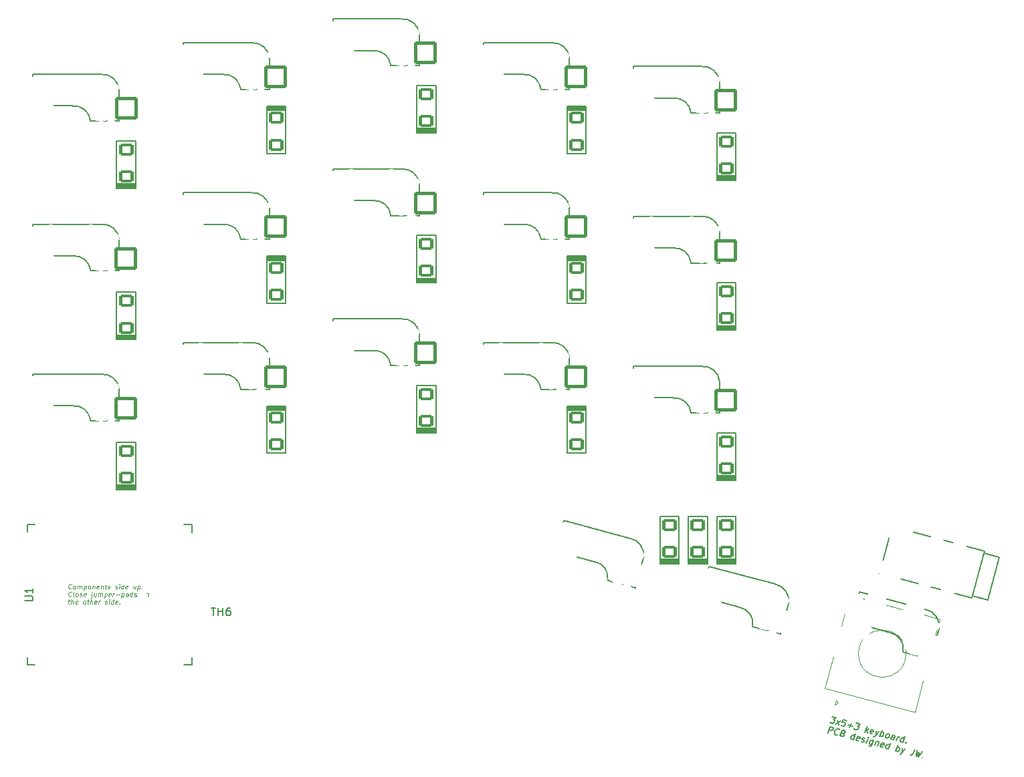
<source format=gto>
G04 #@! TF.GenerationSoftware,KiCad,Pcbnew,7.0.5*
G04 #@! TF.CreationDate,2023-09-06T16:02:53+08:00*
G04 #@! TF.ProjectId,thrfv,74687266-762e-46b6-9963-61645f706362,rev?*
G04 #@! TF.SameCoordinates,Original*
G04 #@! TF.FileFunction,Legend,Top*
G04 #@! TF.FilePolarity,Positive*
%FSLAX46Y46*%
G04 Gerber Fmt 4.6, Leading zero omitted, Abs format (unit mm)*
G04 Created by KiCad (PCBNEW 7.0.5) date 2023-09-06 16:02:53*
%MOMM*%
%LPD*%
G01*
G04 APERTURE LIST*
G04 Aperture macros list*
%AMRoundRect*
0 Rectangle with rounded corners*
0 $1 Rounding radius*
0 $2 $3 $4 $5 $6 $7 $8 $9 X,Y pos of 4 corners*
0 Add a 4 corners polygon primitive as box body*
4,1,4,$2,$3,$4,$5,$6,$7,$8,$9,$2,$3,0*
0 Add four circle primitives for the rounded corners*
1,1,$1+$1,$2,$3*
1,1,$1+$1,$4,$5*
1,1,$1+$1,$6,$7*
1,1,$1+$1,$8,$9*
0 Add four rect primitives between the rounded corners*
20,1,$1+$1,$2,$3,$4,$5,0*
20,1,$1+$1,$4,$5,$6,$7,0*
20,1,$1+$1,$6,$7,$8,$9,0*
20,1,$1+$1,$8,$9,$2,$3,0*%
%AMHorizOval*
0 Thick line with rounded ends*
0 $1 width*
0 $2 $3 position (X,Y) of the first rounded end (center of the circle)*
0 $4 $5 position (X,Y) of the second rounded end (center of the circle)*
0 Add line between two ends*
20,1,$1,$2,$3,$4,$5,0*
0 Add two circle primitives to create the rounded ends*
1,1,$1,$2,$3*
1,1,$1,$4,$5*%
%AMFreePoly0*
4,1,37,1.246537,1.440756,1.265589,1.436966,1.337677,1.407108,1.353828,1.396317,1.409017,1.341128,1.419808,1.324977,1.449666,1.252889,1.453456,1.233837,1.457300,1.194816,1.457300,-0.746760,1.437494,-0.833537,1.398721,-0.888181,0.900881,-1.386021,0.825516,-1.433377,0.759460,-1.444600,-1.207516,-1.444600,-1.246537,-1.440756,-1.265589,-1.436966,-1.337677,-1.407108,-1.353828,-1.396317,
-1.409017,-1.341128,-1.419808,-1.324977,-1.449666,-1.252889,-1.453456,-1.233837,-1.457300,-1.194816,-1.457300,1.194816,-1.453456,1.233837,-1.449666,1.252889,-1.419808,1.324977,-1.409017,1.341128,-1.353828,1.396317,-1.337677,1.407108,-1.265589,1.436966,-1.246537,1.440756,-1.207516,1.444600,1.207516,1.444600,1.246537,1.440756,1.246537,1.440756,$1*%
%AMFreePoly1*
4,1,37,1.228070,1.434758,1.247030,1.430987,1.319133,1.401121,1.335206,1.390381,1.390381,1.335206,1.401121,1.319133,1.430987,1.247030,1.434758,1.228070,1.438600,1.189056,1.438600,-1.189056,1.434758,-1.228070,1.430987,-1.247030,1.401121,-1.319133,1.390381,-1.335206,1.335206,-1.390381,1.319133,-1.401121,1.247030,-1.430987,1.228070,-1.434758,1.189056,-1.438600,-1.189056,-1.438600,
-1.228070,-1.434758,-1.247030,-1.430987,-1.319133,-1.401121,-1.335206,-1.390381,-1.390381,-1.335206,-1.401121,-1.319133,-1.430987,-1.247030,-1.434758,-1.228070,-1.438600,-1.189056,-1.438600,0.743160,-1.418794,0.829937,-1.380021,0.884581,-0.884581,1.380021,-0.809216,1.427377,-0.743160,1.438600,1.189056,1.438600,1.228070,1.434758,1.228070,1.434758,$1*%
%AMFreePoly2*
4,1,22,0.106406,0.569345,0.141421,0.541421,0.741421,-0.058579,0.788777,-0.133944,0.800000,-0.200000,0.800000,-0.400000,0.780194,-0.486777,0.724698,-0.556366,0.644504,-0.594986,0.600000,-0.600000,-0.600000,-0.600000,-0.686777,-0.580194,-0.756366,-0.524698,-0.794986,-0.444504,-0.800000,-0.400000,-0.800000,-0.200000,-0.780194,-0.113223,-0.741421,-0.058579,-0.141421,0.541421,-0.066056,0.588777,
0.022393,0.598742,0.106406,0.569345,0.106406,0.569345,$1*%
%AMFreePoly3*
4,1,26,0.686777,0.430194,0.756366,0.374698,0.794986,0.294504,0.800000,0.250000,0.800000,-1.000000,0.780194,-1.086777,0.724698,-1.156366,0.644504,-1.194986,0.555496,-1.194986,0.475302,-1.156366,0.458579,-1.141421,0.000000,-0.682842,-0.458579,-1.141421,-0.533944,-1.188777,-0.622393,-1.198742,-0.706406,-1.169345,-0.769345,-1.106406,-0.798742,-1.022393,-0.800000,-1.000000,-0.800000,0.250000,
-0.780194,0.336777,-0.724698,0.406366,-0.644504,0.444986,-0.600000,0.450000,0.600000,0.450000,0.686777,0.430194,0.686777,0.430194,$1*%
G04 Aperture macros list end*
%ADD10C,0.150000*%
%ADD11C,0.120000*%
%ADD12C,0.200000*%
%ADD13C,0.100000*%
%ADD14C,2.100000*%
%ADD15C,3.400000*%
%ADD16C,4.400000*%
%ADD17FreePoly0,0.000000*%
%ADD18RoundRect,0.200000X-1.244597X-1.244597X1.244597X-1.244597X1.244597X1.244597X-1.244597X1.244597X0*%
%ADD19C,2.400000*%
%ADD20RoundRect,0.200000X0.551815X-1.804300X1.380036X1.286662X-0.551815X1.804300X-1.380036X-1.286662X0*%
%ADD21C,3.600000*%
%ADD22RoundRect,0.200000X-0.700000X0.600000X-0.700000X-0.600000X0.700000X-0.600000X0.700000X0.600000X0*%
%ADD23RoundRect,0.200000X0.700000X-0.600000X0.700000X0.600000X-0.700000X0.600000X-0.700000X-0.600000X0*%
%ADD24FreePoly0,345.000000*%
%ADD25RoundRect,0.200000X-1.524314X-0.880063X0.880063X-1.524314X1.524314X0.880063X-0.880063X1.524314X0*%
%ADD26C,1.200000*%
%ADD27HorizOval,2.000000X-0.193185X0.051764X0.193185X-0.051764X0*%
%ADD28RoundRect,0.200000X1.244600X1.244600X-1.244600X1.244600X-1.244600X-1.244600X1.244600X-1.244600X0*%
%ADD29FreePoly1,180.000000*%
%ADD30C,2.000000*%
%ADD31FreePoly2,180.000000*%
%ADD32FreePoly2,0.000000*%
%ADD33FreePoly3,180.000000*%
%ADD34FreePoly3,0.000000*%
%ADD35RoundRect,0.425000X0.340272X0.400580X-0.094394X0.517049X-0.340272X-0.400580X0.094394X-0.517049X0*%
%ADD36HorizOval,1.300000X0.064705X0.241481X-0.064705X-0.241481X0*%
%ADD37C,1.100000*%
G04 APERTURE END LIST*
D10*
X195756823Y-148998717D02*
X196235186Y-149126894D01*
X196235186Y-149126894D02*
X195861930Y-149342393D01*
X195861930Y-149342393D02*
X195972322Y-149371973D01*
X195972322Y-149371973D02*
X196031457Y-149427257D01*
X196031457Y-149427257D02*
X196053795Y-149472682D01*
X196053795Y-149472682D02*
X196061673Y-149553671D01*
X196061673Y-149553671D02*
X195989376Y-149731494D01*
X195989376Y-149731494D02*
X195923660Y-149792764D01*
X195923660Y-149792764D02*
X195872403Y-149818469D01*
X195872403Y-149818469D02*
X195784349Y-149834314D01*
X195784349Y-149834314D02*
X195563566Y-149775155D01*
X195563566Y-149775155D02*
X195504431Y-149719871D01*
X195504431Y-149719871D02*
X195482094Y-149674447D01*
X196189119Y-149942771D02*
X196796319Y-149553323D01*
X196391550Y-149444866D02*
X196593888Y-150051229D01*
X197559884Y-149481846D02*
X197191913Y-149383248D01*
X197191913Y-149383248D02*
X197010521Y-149729036D01*
X197010521Y-149729036D02*
X197061778Y-149703331D01*
X197061778Y-149703331D02*
X197149832Y-149687486D01*
X197149832Y-149687486D02*
X197333818Y-149736784D01*
X197333818Y-149736784D02*
X197392952Y-149792069D01*
X197392952Y-149792069D02*
X197415290Y-149837493D01*
X197415290Y-149837493D02*
X197423169Y-149918482D01*
X197423169Y-149918482D02*
X197350871Y-150096306D01*
X197350871Y-150096306D02*
X197285155Y-150157576D01*
X197285155Y-150157576D02*
X197233899Y-150183280D01*
X197233899Y-150183280D02*
X197145845Y-150199126D01*
X197145845Y-150199126D02*
X196961859Y-150149827D01*
X196961859Y-150149827D02*
X196902724Y-150094542D01*
X196902724Y-150094542D02*
X196880387Y-150049118D01*
X197739884Y-150042785D02*
X198328639Y-150200541D01*
X197918586Y-150406181D02*
X198149937Y-149837146D01*
X198810988Y-149817078D02*
X199289352Y-149945256D01*
X199289352Y-149945256D02*
X198916096Y-150160755D01*
X198916096Y-150160755D02*
X199026488Y-150190334D01*
X199026488Y-150190334D02*
X199085623Y-150245618D01*
X199085623Y-150245618D02*
X199107960Y-150291043D01*
X199107960Y-150291043D02*
X199115839Y-150372032D01*
X199115839Y-150372032D02*
X199043542Y-150549855D01*
X199043542Y-150549855D02*
X198977826Y-150611125D01*
X198977826Y-150611125D02*
X198926569Y-150636830D01*
X198926569Y-150636830D02*
X198838515Y-150652675D01*
X198838515Y-150652675D02*
X198617732Y-150593517D01*
X198617732Y-150593517D02*
X198558597Y-150538232D01*
X198558597Y-150538232D02*
X198536259Y-150492808D01*
X199905634Y-150938609D02*
X200209281Y-150191750D01*
X200094903Y-150673811D02*
X200200011Y-151017487D01*
X200402443Y-150519581D02*
X199992390Y-150725220D01*
X200840022Y-151149538D02*
X200751969Y-151165383D01*
X200751969Y-151165383D02*
X200604780Y-151125944D01*
X200604780Y-151125944D02*
X200545645Y-151070660D01*
X200545645Y-151070660D02*
X200537767Y-150989671D01*
X200537767Y-150989671D02*
X200653442Y-150705153D01*
X200653442Y-150705153D02*
X200719158Y-150643884D01*
X200719158Y-150643884D02*
X200807212Y-150628039D01*
X200807212Y-150628039D02*
X200954400Y-150667478D01*
X200954400Y-150667478D02*
X201013535Y-150722762D01*
X201013535Y-150722762D02*
X201021414Y-150803751D01*
X201021414Y-150803751D02*
X200992495Y-150874880D01*
X200992495Y-150874880D02*
X200595604Y-150847412D01*
X201322372Y-150766075D02*
X201303926Y-151313280D01*
X201690344Y-150864673D02*
X201303926Y-151313280D01*
X201303926Y-151313280D02*
X201158034Y-151471384D01*
X201158034Y-151471384D02*
X201106778Y-151497089D01*
X201106778Y-151497089D02*
X201018724Y-151512934D01*
X201782289Y-151441457D02*
X202085937Y-150694598D01*
X201970262Y-150979116D02*
X202058316Y-150963271D01*
X202058316Y-150963271D02*
X202205504Y-151002710D01*
X202205504Y-151002710D02*
X202264639Y-151057994D01*
X202264639Y-151057994D02*
X202286977Y-151103419D01*
X202286977Y-151103419D02*
X202294855Y-151184408D01*
X202294855Y-151184408D02*
X202208099Y-151397796D01*
X202208099Y-151397796D02*
X202142383Y-151459066D01*
X202142383Y-151459066D02*
X202091126Y-151484771D01*
X202091126Y-151484771D02*
X202003072Y-151500616D01*
X202003072Y-151500616D02*
X201855884Y-151461177D01*
X201855884Y-151461177D02*
X201796749Y-151405892D01*
X202591828Y-151658372D02*
X202532693Y-151603088D01*
X202532693Y-151603088D02*
X202510355Y-151557663D01*
X202510355Y-151557663D02*
X202502477Y-151476674D01*
X202502477Y-151476674D02*
X202589233Y-151263286D01*
X202589233Y-151263286D02*
X202654949Y-151202016D01*
X202654949Y-151202016D02*
X202706206Y-151176312D01*
X202706206Y-151176312D02*
X202794260Y-151160466D01*
X202794260Y-151160466D02*
X202904651Y-151190046D01*
X202904651Y-151190046D02*
X202963786Y-151245330D01*
X202963786Y-151245330D02*
X202986124Y-151290754D01*
X202986124Y-151290754D02*
X202994002Y-151371744D01*
X202994002Y-151371744D02*
X202907246Y-151585132D01*
X202907246Y-151585132D02*
X202841530Y-151646401D01*
X202841530Y-151646401D02*
X202790273Y-151672106D01*
X202790273Y-151672106D02*
X202702219Y-151687952D01*
X202702219Y-151687952D02*
X202591828Y-151658372D01*
X203511757Y-151904867D02*
X203670811Y-151513655D01*
X203670811Y-151513655D02*
X203662933Y-151432666D01*
X203662933Y-151432666D02*
X203603798Y-151377382D01*
X203603798Y-151377382D02*
X203456609Y-151337942D01*
X203456609Y-151337942D02*
X203368555Y-151353788D01*
X203526217Y-151869302D02*
X203438163Y-151885147D01*
X203438163Y-151885147D02*
X203254177Y-151835848D01*
X203254177Y-151835848D02*
X203195042Y-151780564D01*
X203195042Y-151780564D02*
X203187164Y-151699575D01*
X203187164Y-151699575D02*
X203216083Y-151628445D01*
X203216083Y-151628445D02*
X203281799Y-151567176D01*
X203281799Y-151567176D02*
X203369853Y-151551331D01*
X203369853Y-151551331D02*
X203553839Y-151600630D01*
X203553839Y-151600630D02*
X203641892Y-151584784D01*
X203879730Y-152003465D02*
X204082162Y-151505559D01*
X204024324Y-151647818D02*
X204090040Y-151586548D01*
X204090040Y-151586548D02*
X204141297Y-151560843D01*
X204141297Y-151560843D02*
X204229350Y-151544998D01*
X204229350Y-151544998D02*
X204302945Y-151564717D01*
X204689267Y-152220380D02*
X204992915Y-151473521D01*
X204703727Y-152184815D02*
X204615673Y-152200660D01*
X204615673Y-152200660D02*
X204468484Y-152161221D01*
X204468484Y-152161221D02*
X204409349Y-152105937D01*
X204409349Y-152105937D02*
X204387012Y-152060512D01*
X204387012Y-152060512D02*
X204379133Y-151979523D01*
X204379133Y-151979523D02*
X204465890Y-151766135D01*
X204465890Y-151766135D02*
X204531606Y-151704865D01*
X204531606Y-151704865D02*
X204582863Y-151679160D01*
X204582863Y-151679160D02*
X204670916Y-151663315D01*
X204670916Y-151663315D02*
X204818105Y-151702754D01*
X204818105Y-151702754D02*
X204877240Y-151758038D01*
X205086158Y-152247848D02*
X205108496Y-152293272D01*
X205108496Y-152293272D02*
X205057240Y-152318977D01*
X205057240Y-152318977D02*
X205034902Y-152273553D01*
X205034902Y-152273553D02*
X205086158Y-152247848D01*
X205086158Y-152247848D02*
X205057240Y-152318977D01*
X195193410Y-151009408D02*
X195497058Y-150262549D01*
X195497058Y-150262549D02*
X195791435Y-150341427D01*
X195791435Y-150341427D02*
X195850570Y-150396711D01*
X195850570Y-150396711D02*
X195872908Y-150442136D01*
X195872908Y-150442136D02*
X195880786Y-150523125D01*
X195880786Y-150523125D02*
X195837408Y-150629819D01*
X195837408Y-150629819D02*
X195771692Y-150691089D01*
X195771692Y-150691089D02*
X195720436Y-150716794D01*
X195720436Y-150716794D02*
X195632382Y-150732639D01*
X195632382Y-150732639D02*
X195338004Y-150653760D01*
X196436636Y-151263651D02*
X196385379Y-151289356D01*
X196385379Y-151289356D02*
X196260528Y-151295341D01*
X196260528Y-151295341D02*
X196186934Y-151275621D01*
X196186934Y-151275621D02*
X196091002Y-151210477D01*
X196091002Y-151210477D02*
X196046326Y-151119628D01*
X196046326Y-151119628D02*
X196038448Y-151038639D01*
X196038448Y-151038639D02*
X196059489Y-150886521D01*
X196059489Y-150886521D02*
X196102867Y-150779827D01*
X196102867Y-150779827D02*
X196197502Y-150647428D01*
X196197502Y-150647428D02*
X196263218Y-150586158D01*
X196263218Y-150586158D02*
X196365731Y-150534748D01*
X196365731Y-150534748D02*
X196490582Y-150528763D01*
X196490582Y-150528763D02*
X196564176Y-150548482D01*
X196564176Y-150548482D02*
X196660108Y-150613626D01*
X196660108Y-150613626D02*
X196682446Y-150659051D01*
X197155525Y-151101325D02*
X197251458Y-151166469D01*
X197251458Y-151166469D02*
X197273795Y-151211893D01*
X197273795Y-151211893D02*
X197281674Y-151292882D01*
X197281674Y-151292882D02*
X197238295Y-151399576D01*
X197238295Y-151399576D02*
X197172579Y-151460846D01*
X197172579Y-151460846D02*
X197121323Y-151486551D01*
X197121323Y-151486551D02*
X197033269Y-151502396D01*
X197033269Y-151502396D02*
X196738892Y-151423518D01*
X196738892Y-151423518D02*
X197042539Y-150676659D01*
X197042539Y-150676659D02*
X197300120Y-150745678D01*
X197300120Y-150745678D02*
X197359255Y-150800962D01*
X197359255Y-150800962D02*
X197381592Y-150846386D01*
X197381592Y-150846386D02*
X197389471Y-150927376D01*
X197389471Y-150927376D02*
X197360552Y-150998505D01*
X197360552Y-150998505D02*
X197294836Y-151059775D01*
X197294836Y-151059775D02*
X197243579Y-151085480D01*
X197243579Y-151085480D02*
X197155525Y-151101325D01*
X197155525Y-151101325D02*
X196897945Y-151032306D01*
X198431562Y-151877068D02*
X198735210Y-151130209D01*
X198446021Y-151841503D02*
X198357967Y-151857348D01*
X198357967Y-151857348D02*
X198210779Y-151817909D01*
X198210779Y-151817909D02*
X198151644Y-151762625D01*
X198151644Y-151762625D02*
X198129306Y-151717200D01*
X198129306Y-151717200D02*
X198121428Y-151636211D01*
X198121428Y-151636211D02*
X198208184Y-151422823D01*
X198208184Y-151422823D02*
X198273900Y-151361553D01*
X198273900Y-151361553D02*
X198325157Y-151335848D01*
X198325157Y-151335848D02*
X198413211Y-151320003D01*
X198413211Y-151320003D02*
X198560399Y-151359442D01*
X198560399Y-151359442D02*
X198619534Y-151414726D01*
X199108371Y-152018979D02*
X199020317Y-152034824D01*
X199020317Y-152034824D02*
X198873128Y-151995385D01*
X198873128Y-151995385D02*
X198813993Y-151940101D01*
X198813993Y-151940101D02*
X198806115Y-151859112D01*
X198806115Y-151859112D02*
X198921790Y-151574594D01*
X198921790Y-151574594D02*
X198987506Y-151513324D01*
X198987506Y-151513324D02*
X199075560Y-151497479D01*
X199075560Y-151497479D02*
X199222749Y-151536918D01*
X199222749Y-151536918D02*
X199281884Y-151592203D01*
X199281884Y-151592203D02*
X199289762Y-151673192D01*
X199289762Y-151673192D02*
X199260843Y-151744321D01*
X199260843Y-151744321D02*
X198863953Y-151716853D01*
X199439545Y-152107717D02*
X199498680Y-152163001D01*
X199498680Y-152163001D02*
X199645869Y-152202440D01*
X199645869Y-152202440D02*
X199733922Y-152186595D01*
X199733922Y-152186595D02*
X199799638Y-152125325D01*
X199799638Y-152125325D02*
X199814098Y-152089761D01*
X199814098Y-152089761D02*
X199806220Y-152008771D01*
X199806220Y-152008771D02*
X199747085Y-151953487D01*
X199747085Y-151953487D02*
X199636693Y-151923908D01*
X199636693Y-151923908D02*
X199577558Y-151868624D01*
X199577558Y-151868624D02*
X199569680Y-151787635D01*
X199569680Y-151787635D02*
X199584139Y-151752070D01*
X199584139Y-151752070D02*
X199649855Y-151690800D01*
X199649855Y-151690800D02*
X199737909Y-151674955D01*
X199737909Y-151674955D02*
X199848301Y-151704534D01*
X199848301Y-151704534D02*
X199907436Y-151759819D01*
X200087435Y-152320757D02*
X200289867Y-151822852D01*
X200391083Y-151573899D02*
X200339826Y-151599604D01*
X200339826Y-151599604D02*
X200362164Y-151645028D01*
X200362164Y-151645028D02*
X200413420Y-151619323D01*
X200413420Y-151619323D02*
X200391083Y-151573899D01*
X200391083Y-151573899D02*
X200362164Y-151645028D01*
X200989013Y-152010187D02*
X200743202Y-152614787D01*
X200743202Y-152614787D02*
X200677486Y-152676057D01*
X200677486Y-152676057D02*
X200626230Y-152701762D01*
X200626230Y-152701762D02*
X200538176Y-152717607D01*
X200538176Y-152717607D02*
X200427785Y-152688028D01*
X200427785Y-152688028D02*
X200368650Y-152632743D01*
X200801040Y-152472528D02*
X200712986Y-152488373D01*
X200712986Y-152488373D02*
X200565798Y-152448934D01*
X200565798Y-152448934D02*
X200506663Y-152393650D01*
X200506663Y-152393650D02*
X200484325Y-152348226D01*
X200484325Y-152348226D02*
X200476447Y-152267236D01*
X200476447Y-152267236D02*
X200563203Y-152053848D01*
X200563203Y-152053848D02*
X200628919Y-151992579D01*
X200628919Y-151992579D02*
X200680176Y-151966874D01*
X200680176Y-151966874D02*
X200768230Y-151951029D01*
X200768230Y-151951029D02*
X200915418Y-151990468D01*
X200915418Y-151990468D02*
X200974553Y-152045752D01*
X201356985Y-152108785D02*
X201154553Y-152606691D01*
X201328066Y-152179914D02*
X201379323Y-152154210D01*
X201379323Y-152154210D02*
X201467376Y-152138364D01*
X201467376Y-152138364D02*
X201577768Y-152167944D01*
X201577768Y-152167944D02*
X201636903Y-152223228D01*
X201636903Y-152223228D02*
X201644781Y-152304217D01*
X201644781Y-152304217D02*
X201485727Y-152695429D01*
X202162536Y-152837340D02*
X202074483Y-152853185D01*
X202074483Y-152853185D02*
X201927294Y-152813746D01*
X201927294Y-152813746D02*
X201868159Y-152758462D01*
X201868159Y-152758462D02*
X201860281Y-152677473D01*
X201860281Y-152677473D02*
X201975956Y-152392955D01*
X201975956Y-152392955D02*
X202041672Y-152331686D01*
X202041672Y-152331686D02*
X202129726Y-152315840D01*
X202129726Y-152315840D02*
X202276915Y-152355279D01*
X202276915Y-152355279D02*
X202336050Y-152410564D01*
X202336050Y-152410564D02*
X202343928Y-152491553D01*
X202343928Y-152491553D02*
X202315009Y-152562682D01*
X202315009Y-152562682D02*
X201918118Y-152535214D01*
X202847223Y-153060240D02*
X203150871Y-152313382D01*
X202861683Y-153024676D02*
X202773629Y-153040521D01*
X202773629Y-153040521D02*
X202626440Y-153001082D01*
X202626440Y-153001082D02*
X202567305Y-152945798D01*
X202567305Y-152945798D02*
X202544967Y-152900373D01*
X202544967Y-152900373D02*
X202537089Y-152819384D01*
X202537089Y-152819384D02*
X202623846Y-152605996D01*
X202623846Y-152605996D02*
X202689562Y-152544726D01*
X202689562Y-152544726D02*
X202740818Y-152519021D01*
X202740818Y-152519021D02*
X202828872Y-152503176D01*
X202828872Y-152503176D02*
X202976061Y-152542615D01*
X202976061Y-152542615D02*
X203035196Y-152597899D01*
X203803950Y-153316595D02*
X204107598Y-152569736D01*
X203991923Y-152854254D02*
X204079977Y-152838408D01*
X204079977Y-152838408D02*
X204227165Y-152877848D01*
X204227165Y-152877848D02*
X204286300Y-152933132D01*
X204286300Y-152933132D02*
X204308638Y-152978556D01*
X204308638Y-152978556D02*
X204316516Y-153059545D01*
X204316516Y-153059545D02*
X204229760Y-153272934D01*
X204229760Y-153272934D02*
X204164044Y-153334203D01*
X204164044Y-153334203D02*
X204112787Y-153359908D01*
X204112787Y-153359908D02*
X204024733Y-153375753D01*
X204024733Y-153375753D02*
X203877545Y-153336314D01*
X203877545Y-153336314D02*
X203818410Y-153281030D01*
X204631935Y-152986305D02*
X204613489Y-153533510D01*
X204999906Y-153084903D02*
X204613489Y-153533510D01*
X204613489Y-153533510D02*
X204467597Y-153691614D01*
X204467597Y-153691614D02*
X204416341Y-153717319D01*
X204416341Y-153717319D02*
X204328287Y-153733164D01*
X206205038Y-153131743D02*
X205988147Y-153665214D01*
X205988147Y-153665214D02*
X205907971Y-153762048D01*
X205907971Y-153762048D02*
X205805458Y-153813458D01*
X205805458Y-153813458D02*
X205680607Y-153819443D01*
X205680607Y-153819443D02*
X205607013Y-153799724D01*
X206499415Y-153210622D02*
X206379753Y-154006779D01*
X206379753Y-154006779D02*
X206743833Y-153512748D01*
X206743833Y-153512748D02*
X206674131Y-154085657D01*
X206674131Y-154085657D02*
X207161765Y-153388097D01*
X207181413Y-154142705D02*
X207203751Y-154188130D01*
X207203751Y-154188130D02*
X207152494Y-154213834D01*
X207152494Y-154213834D02*
X207130157Y-154168410D01*
X207130157Y-154168410D02*
X207181413Y-154142705D01*
X207181413Y-154142705D02*
X207152494Y-154213834D01*
D11*
X99421756Y-132727382D02*
X99389613Y-132755954D01*
X99389613Y-132755954D02*
X99300328Y-132784525D01*
X99300328Y-132784525D02*
X99243185Y-132784525D01*
X99243185Y-132784525D02*
X99161042Y-132755954D01*
X99161042Y-132755954D02*
X99111042Y-132698811D01*
X99111042Y-132698811D02*
X99089613Y-132641668D01*
X99089613Y-132641668D02*
X99075328Y-132527382D01*
X99075328Y-132527382D02*
X99086042Y-132441668D01*
X99086042Y-132441668D02*
X99128899Y-132327382D01*
X99128899Y-132327382D02*
X99164613Y-132270239D01*
X99164613Y-132270239D02*
X99228899Y-132213096D01*
X99228899Y-132213096D02*
X99318185Y-132184525D01*
X99318185Y-132184525D02*
X99375328Y-132184525D01*
X99375328Y-132184525D02*
X99457471Y-132213096D01*
X99457471Y-132213096D02*
X99482471Y-132241668D01*
X99757471Y-132784525D02*
X99703899Y-132755954D01*
X99703899Y-132755954D02*
X99678899Y-132727382D01*
X99678899Y-132727382D02*
X99657471Y-132670239D01*
X99657471Y-132670239D02*
X99678899Y-132498811D01*
X99678899Y-132498811D02*
X99714613Y-132441668D01*
X99714613Y-132441668D02*
X99746756Y-132413096D01*
X99746756Y-132413096D02*
X99807471Y-132384525D01*
X99807471Y-132384525D02*
X99893185Y-132384525D01*
X99893185Y-132384525D02*
X99946756Y-132413096D01*
X99946756Y-132413096D02*
X99971756Y-132441668D01*
X99971756Y-132441668D02*
X99993185Y-132498811D01*
X99993185Y-132498811D02*
X99971756Y-132670239D01*
X99971756Y-132670239D02*
X99936042Y-132727382D01*
X99936042Y-132727382D02*
X99903899Y-132755954D01*
X99903899Y-132755954D02*
X99843185Y-132784525D01*
X99843185Y-132784525D02*
X99757471Y-132784525D01*
X100214613Y-132784525D02*
X100264613Y-132384525D01*
X100257470Y-132441668D02*
X100289613Y-132413096D01*
X100289613Y-132413096D02*
X100350328Y-132384525D01*
X100350328Y-132384525D02*
X100436042Y-132384525D01*
X100436042Y-132384525D02*
X100489613Y-132413096D01*
X100489613Y-132413096D02*
X100511042Y-132470239D01*
X100511042Y-132470239D02*
X100471756Y-132784525D01*
X100511042Y-132470239D02*
X100546756Y-132413096D01*
X100546756Y-132413096D02*
X100607470Y-132384525D01*
X100607470Y-132384525D02*
X100693185Y-132384525D01*
X100693185Y-132384525D02*
X100746756Y-132413096D01*
X100746756Y-132413096D02*
X100768185Y-132470239D01*
X100768185Y-132470239D02*
X100728899Y-132784525D01*
X101064613Y-132384525D02*
X100989613Y-132984525D01*
X101061042Y-132413096D02*
X101121756Y-132384525D01*
X101121756Y-132384525D02*
X101236042Y-132384525D01*
X101236042Y-132384525D02*
X101289613Y-132413096D01*
X101289613Y-132413096D02*
X101314613Y-132441668D01*
X101314613Y-132441668D02*
X101336042Y-132498811D01*
X101336042Y-132498811D02*
X101314613Y-132670239D01*
X101314613Y-132670239D02*
X101278899Y-132727382D01*
X101278899Y-132727382D02*
X101246756Y-132755954D01*
X101246756Y-132755954D02*
X101186042Y-132784525D01*
X101186042Y-132784525D02*
X101071756Y-132784525D01*
X101071756Y-132784525D02*
X101018185Y-132755954D01*
X101643185Y-132784525D02*
X101589613Y-132755954D01*
X101589613Y-132755954D02*
X101564613Y-132727382D01*
X101564613Y-132727382D02*
X101543185Y-132670239D01*
X101543185Y-132670239D02*
X101564613Y-132498811D01*
X101564613Y-132498811D02*
X101600327Y-132441668D01*
X101600327Y-132441668D02*
X101632470Y-132413096D01*
X101632470Y-132413096D02*
X101693185Y-132384525D01*
X101693185Y-132384525D02*
X101778899Y-132384525D01*
X101778899Y-132384525D02*
X101832470Y-132413096D01*
X101832470Y-132413096D02*
X101857470Y-132441668D01*
X101857470Y-132441668D02*
X101878899Y-132498811D01*
X101878899Y-132498811D02*
X101857470Y-132670239D01*
X101857470Y-132670239D02*
X101821756Y-132727382D01*
X101821756Y-132727382D02*
X101789613Y-132755954D01*
X101789613Y-132755954D02*
X101728899Y-132784525D01*
X101728899Y-132784525D02*
X101643185Y-132784525D01*
X102150327Y-132384525D02*
X102100327Y-132784525D01*
X102143184Y-132441668D02*
X102175327Y-132413096D01*
X102175327Y-132413096D02*
X102236042Y-132384525D01*
X102236042Y-132384525D02*
X102321756Y-132384525D01*
X102321756Y-132384525D02*
X102375327Y-132413096D01*
X102375327Y-132413096D02*
X102396756Y-132470239D01*
X102396756Y-132470239D02*
X102357470Y-132784525D01*
X102875327Y-132755954D02*
X102814613Y-132784525D01*
X102814613Y-132784525D02*
X102700327Y-132784525D01*
X102700327Y-132784525D02*
X102646756Y-132755954D01*
X102646756Y-132755954D02*
X102625327Y-132698811D01*
X102625327Y-132698811D02*
X102653899Y-132470239D01*
X102653899Y-132470239D02*
X102689613Y-132413096D01*
X102689613Y-132413096D02*
X102750327Y-132384525D01*
X102750327Y-132384525D02*
X102864613Y-132384525D01*
X102864613Y-132384525D02*
X102918184Y-132413096D01*
X102918184Y-132413096D02*
X102939613Y-132470239D01*
X102939613Y-132470239D02*
X102932470Y-132527382D01*
X102932470Y-132527382D02*
X102639613Y-132584525D01*
X103207470Y-132384525D02*
X103157470Y-132784525D01*
X103200327Y-132441668D02*
X103232470Y-132413096D01*
X103232470Y-132413096D02*
X103293185Y-132384525D01*
X103293185Y-132384525D02*
X103378899Y-132384525D01*
X103378899Y-132384525D02*
X103432470Y-132413096D01*
X103432470Y-132413096D02*
X103453899Y-132470239D01*
X103453899Y-132470239D02*
X103414613Y-132784525D01*
X103664613Y-132384525D02*
X103893184Y-132384525D01*
X103775327Y-132184525D02*
X103711042Y-132698811D01*
X103711042Y-132698811D02*
X103732470Y-132755954D01*
X103732470Y-132755954D02*
X103786042Y-132784525D01*
X103786042Y-132784525D02*
X103843184Y-132784525D01*
X104018184Y-132755954D02*
X104071756Y-132784525D01*
X104071756Y-132784525D02*
X104186041Y-132784525D01*
X104186041Y-132784525D02*
X104246756Y-132755954D01*
X104246756Y-132755954D02*
X104282470Y-132698811D01*
X104282470Y-132698811D02*
X104286041Y-132670239D01*
X104286041Y-132670239D02*
X104264613Y-132613096D01*
X104264613Y-132613096D02*
X104211041Y-132584525D01*
X104211041Y-132584525D02*
X104125327Y-132584525D01*
X104125327Y-132584525D02*
X104071756Y-132555954D01*
X104071756Y-132555954D02*
X104050327Y-132498811D01*
X104050327Y-132498811D02*
X104053899Y-132470239D01*
X104053899Y-132470239D02*
X104089613Y-132413096D01*
X104089613Y-132413096D02*
X104150327Y-132384525D01*
X104150327Y-132384525D02*
X104236041Y-132384525D01*
X104236041Y-132384525D02*
X104289613Y-132413096D01*
X104961041Y-132755954D02*
X105014613Y-132784525D01*
X105014613Y-132784525D02*
X105128898Y-132784525D01*
X105128898Y-132784525D02*
X105189613Y-132755954D01*
X105189613Y-132755954D02*
X105225327Y-132698811D01*
X105225327Y-132698811D02*
X105228898Y-132670239D01*
X105228898Y-132670239D02*
X105207470Y-132613096D01*
X105207470Y-132613096D02*
X105153898Y-132584525D01*
X105153898Y-132584525D02*
X105068184Y-132584525D01*
X105068184Y-132584525D02*
X105014613Y-132555954D01*
X105014613Y-132555954D02*
X104993184Y-132498811D01*
X104993184Y-132498811D02*
X104996756Y-132470239D01*
X104996756Y-132470239D02*
X105032470Y-132413096D01*
X105032470Y-132413096D02*
X105093184Y-132384525D01*
X105093184Y-132384525D02*
X105178898Y-132384525D01*
X105178898Y-132384525D02*
X105232470Y-132413096D01*
X105471755Y-132784525D02*
X105521755Y-132384525D01*
X105546755Y-132184525D02*
X105514612Y-132213096D01*
X105514612Y-132213096D02*
X105539612Y-132241668D01*
X105539612Y-132241668D02*
X105571755Y-132213096D01*
X105571755Y-132213096D02*
X105546755Y-132184525D01*
X105546755Y-132184525D02*
X105539612Y-132241668D01*
X106014612Y-132784525D02*
X106089612Y-132184525D01*
X106018184Y-132755954D02*
X105957469Y-132784525D01*
X105957469Y-132784525D02*
X105843184Y-132784525D01*
X105843184Y-132784525D02*
X105789612Y-132755954D01*
X105789612Y-132755954D02*
X105764612Y-132727382D01*
X105764612Y-132727382D02*
X105743184Y-132670239D01*
X105743184Y-132670239D02*
X105764612Y-132498811D01*
X105764612Y-132498811D02*
X105800326Y-132441668D01*
X105800326Y-132441668D02*
X105832469Y-132413096D01*
X105832469Y-132413096D02*
X105893184Y-132384525D01*
X105893184Y-132384525D02*
X106007469Y-132384525D01*
X106007469Y-132384525D02*
X106061041Y-132413096D01*
X106532469Y-132755954D02*
X106471755Y-132784525D01*
X106471755Y-132784525D02*
X106357469Y-132784525D01*
X106357469Y-132784525D02*
X106303898Y-132755954D01*
X106303898Y-132755954D02*
X106282469Y-132698811D01*
X106282469Y-132698811D02*
X106311041Y-132470239D01*
X106311041Y-132470239D02*
X106346755Y-132413096D01*
X106346755Y-132413096D02*
X106407469Y-132384525D01*
X106407469Y-132384525D02*
X106521755Y-132384525D01*
X106521755Y-132384525D02*
X106575326Y-132413096D01*
X106575326Y-132413096D02*
X106596755Y-132470239D01*
X106596755Y-132470239D02*
X106589612Y-132527382D01*
X106589612Y-132527382D02*
X106296755Y-132584525D01*
X107578898Y-132384525D02*
X107528898Y-132784525D01*
X107321755Y-132384525D02*
X107282470Y-132698811D01*
X107282470Y-132698811D02*
X107303898Y-132755954D01*
X107303898Y-132755954D02*
X107357470Y-132784525D01*
X107357470Y-132784525D02*
X107443184Y-132784525D01*
X107443184Y-132784525D02*
X107503898Y-132755954D01*
X107503898Y-132755954D02*
X107536041Y-132727382D01*
X107864612Y-132384525D02*
X107789612Y-132984525D01*
X107861041Y-132413096D02*
X107921755Y-132384525D01*
X107921755Y-132384525D02*
X108036041Y-132384525D01*
X108036041Y-132384525D02*
X108089612Y-132413096D01*
X108089612Y-132413096D02*
X108114612Y-132441668D01*
X108114612Y-132441668D02*
X108136041Y-132498811D01*
X108136041Y-132498811D02*
X108114612Y-132670239D01*
X108114612Y-132670239D02*
X108078898Y-132727382D01*
X108078898Y-132727382D02*
X108046755Y-132755954D01*
X108046755Y-132755954D02*
X107986041Y-132784525D01*
X107986041Y-132784525D02*
X107871755Y-132784525D01*
X107871755Y-132784525D02*
X107818184Y-132755954D01*
X108364612Y-132727382D02*
X108389612Y-132755954D01*
X108389612Y-132755954D02*
X108357469Y-132784525D01*
X108357469Y-132784525D02*
X108332469Y-132755954D01*
X108332469Y-132755954D02*
X108364612Y-132727382D01*
X108364612Y-132727382D02*
X108357469Y-132784525D01*
X99421756Y-133693382D02*
X99389613Y-133721954D01*
X99389613Y-133721954D02*
X99300328Y-133750525D01*
X99300328Y-133750525D02*
X99243185Y-133750525D01*
X99243185Y-133750525D02*
X99161042Y-133721954D01*
X99161042Y-133721954D02*
X99111042Y-133664811D01*
X99111042Y-133664811D02*
X99089613Y-133607668D01*
X99089613Y-133607668D02*
X99075328Y-133493382D01*
X99075328Y-133493382D02*
X99086042Y-133407668D01*
X99086042Y-133407668D02*
X99128899Y-133293382D01*
X99128899Y-133293382D02*
X99164613Y-133236239D01*
X99164613Y-133236239D02*
X99228899Y-133179096D01*
X99228899Y-133179096D02*
X99318185Y-133150525D01*
X99318185Y-133150525D02*
X99375328Y-133150525D01*
X99375328Y-133150525D02*
X99457471Y-133179096D01*
X99457471Y-133179096D02*
X99482471Y-133207668D01*
X99757471Y-133750525D02*
X99703899Y-133721954D01*
X99703899Y-133721954D02*
X99682471Y-133664811D01*
X99682471Y-133664811D02*
X99746756Y-133150525D01*
X100071757Y-133750525D02*
X100018185Y-133721954D01*
X100018185Y-133721954D02*
X99993185Y-133693382D01*
X99993185Y-133693382D02*
X99971757Y-133636239D01*
X99971757Y-133636239D02*
X99993185Y-133464811D01*
X99993185Y-133464811D02*
X100028899Y-133407668D01*
X100028899Y-133407668D02*
X100061042Y-133379096D01*
X100061042Y-133379096D02*
X100121757Y-133350525D01*
X100121757Y-133350525D02*
X100207471Y-133350525D01*
X100207471Y-133350525D02*
X100261042Y-133379096D01*
X100261042Y-133379096D02*
X100286042Y-133407668D01*
X100286042Y-133407668D02*
X100307471Y-133464811D01*
X100307471Y-133464811D02*
X100286042Y-133636239D01*
X100286042Y-133636239D02*
X100250328Y-133693382D01*
X100250328Y-133693382D02*
X100218185Y-133721954D01*
X100218185Y-133721954D02*
X100157471Y-133750525D01*
X100157471Y-133750525D02*
X100071757Y-133750525D01*
X100503899Y-133721954D02*
X100557471Y-133750525D01*
X100557471Y-133750525D02*
X100671756Y-133750525D01*
X100671756Y-133750525D02*
X100732471Y-133721954D01*
X100732471Y-133721954D02*
X100768185Y-133664811D01*
X100768185Y-133664811D02*
X100771756Y-133636239D01*
X100771756Y-133636239D02*
X100750328Y-133579096D01*
X100750328Y-133579096D02*
X100696756Y-133550525D01*
X100696756Y-133550525D02*
X100611042Y-133550525D01*
X100611042Y-133550525D02*
X100557471Y-133521954D01*
X100557471Y-133521954D02*
X100536042Y-133464811D01*
X100536042Y-133464811D02*
X100539614Y-133436239D01*
X100539614Y-133436239D02*
X100575328Y-133379096D01*
X100575328Y-133379096D02*
X100636042Y-133350525D01*
X100636042Y-133350525D02*
X100721756Y-133350525D01*
X100721756Y-133350525D02*
X100775328Y-133379096D01*
X101246756Y-133721954D02*
X101186042Y-133750525D01*
X101186042Y-133750525D02*
X101071756Y-133750525D01*
X101071756Y-133750525D02*
X101018185Y-133721954D01*
X101018185Y-133721954D02*
X100996756Y-133664811D01*
X100996756Y-133664811D02*
X101025328Y-133436239D01*
X101025328Y-133436239D02*
X101061042Y-133379096D01*
X101061042Y-133379096D02*
X101121756Y-133350525D01*
X101121756Y-133350525D02*
X101236042Y-133350525D01*
X101236042Y-133350525D02*
X101289613Y-133379096D01*
X101289613Y-133379096D02*
X101311042Y-133436239D01*
X101311042Y-133436239D02*
X101303899Y-133493382D01*
X101303899Y-133493382D02*
X101011042Y-133550525D01*
X102036042Y-133350525D02*
X101971757Y-133864811D01*
X101971757Y-133864811D02*
X101936042Y-133921954D01*
X101936042Y-133921954D02*
X101875328Y-133950525D01*
X101875328Y-133950525D02*
X101846757Y-133950525D01*
X102061042Y-133150525D02*
X102028899Y-133179096D01*
X102028899Y-133179096D02*
X102053899Y-133207668D01*
X102053899Y-133207668D02*
X102086042Y-133179096D01*
X102086042Y-133179096D02*
X102061042Y-133150525D01*
X102061042Y-133150525D02*
X102053899Y-133207668D01*
X102578899Y-133350525D02*
X102528899Y-133750525D01*
X102321756Y-133350525D02*
X102282471Y-133664811D01*
X102282471Y-133664811D02*
X102303899Y-133721954D01*
X102303899Y-133721954D02*
X102357471Y-133750525D01*
X102357471Y-133750525D02*
X102443185Y-133750525D01*
X102443185Y-133750525D02*
X102503899Y-133721954D01*
X102503899Y-133721954D02*
X102536042Y-133693382D01*
X102814613Y-133750525D02*
X102864613Y-133350525D01*
X102857470Y-133407668D02*
X102889613Y-133379096D01*
X102889613Y-133379096D02*
X102950328Y-133350525D01*
X102950328Y-133350525D02*
X103036042Y-133350525D01*
X103036042Y-133350525D02*
X103089613Y-133379096D01*
X103089613Y-133379096D02*
X103111042Y-133436239D01*
X103111042Y-133436239D02*
X103071756Y-133750525D01*
X103111042Y-133436239D02*
X103146756Y-133379096D01*
X103146756Y-133379096D02*
X103207470Y-133350525D01*
X103207470Y-133350525D02*
X103293185Y-133350525D01*
X103293185Y-133350525D02*
X103346756Y-133379096D01*
X103346756Y-133379096D02*
X103368185Y-133436239D01*
X103368185Y-133436239D02*
X103328899Y-133750525D01*
X103664613Y-133350525D02*
X103589613Y-133950525D01*
X103661042Y-133379096D02*
X103721756Y-133350525D01*
X103721756Y-133350525D02*
X103836042Y-133350525D01*
X103836042Y-133350525D02*
X103889613Y-133379096D01*
X103889613Y-133379096D02*
X103914613Y-133407668D01*
X103914613Y-133407668D02*
X103936042Y-133464811D01*
X103936042Y-133464811D02*
X103914613Y-133636239D01*
X103914613Y-133636239D02*
X103878899Y-133693382D01*
X103878899Y-133693382D02*
X103846756Y-133721954D01*
X103846756Y-133721954D02*
X103786042Y-133750525D01*
X103786042Y-133750525D02*
X103671756Y-133750525D01*
X103671756Y-133750525D02*
X103618185Y-133721954D01*
X104389613Y-133721954D02*
X104328899Y-133750525D01*
X104328899Y-133750525D02*
X104214613Y-133750525D01*
X104214613Y-133750525D02*
X104161042Y-133721954D01*
X104161042Y-133721954D02*
X104139613Y-133664811D01*
X104139613Y-133664811D02*
X104168185Y-133436239D01*
X104168185Y-133436239D02*
X104203899Y-133379096D01*
X104203899Y-133379096D02*
X104264613Y-133350525D01*
X104264613Y-133350525D02*
X104378899Y-133350525D01*
X104378899Y-133350525D02*
X104432470Y-133379096D01*
X104432470Y-133379096D02*
X104453899Y-133436239D01*
X104453899Y-133436239D02*
X104446756Y-133493382D01*
X104446756Y-133493382D02*
X104153899Y-133550525D01*
X104671756Y-133750525D02*
X104721756Y-133350525D01*
X104707471Y-133464811D02*
X104743185Y-133407668D01*
X104743185Y-133407668D02*
X104775328Y-133379096D01*
X104775328Y-133379096D02*
X104836042Y-133350525D01*
X104836042Y-133350525D02*
X104893185Y-133350525D01*
X105071757Y-133521954D02*
X105528900Y-133521954D01*
X105836042Y-133350525D02*
X105761042Y-133950525D01*
X105832471Y-133379096D02*
X105893185Y-133350525D01*
X105893185Y-133350525D02*
X106007471Y-133350525D01*
X106007471Y-133350525D02*
X106061042Y-133379096D01*
X106061042Y-133379096D02*
X106086042Y-133407668D01*
X106086042Y-133407668D02*
X106107471Y-133464811D01*
X106107471Y-133464811D02*
X106086042Y-133636239D01*
X106086042Y-133636239D02*
X106050328Y-133693382D01*
X106050328Y-133693382D02*
X106018185Y-133721954D01*
X106018185Y-133721954D02*
X105957471Y-133750525D01*
X105957471Y-133750525D02*
X105843185Y-133750525D01*
X105843185Y-133750525D02*
X105789614Y-133721954D01*
X106586042Y-133750525D02*
X106625328Y-133436239D01*
X106625328Y-133436239D02*
X106603899Y-133379096D01*
X106603899Y-133379096D02*
X106550328Y-133350525D01*
X106550328Y-133350525D02*
X106436042Y-133350525D01*
X106436042Y-133350525D02*
X106375328Y-133379096D01*
X106589614Y-133721954D02*
X106528899Y-133750525D01*
X106528899Y-133750525D02*
X106386042Y-133750525D01*
X106386042Y-133750525D02*
X106332471Y-133721954D01*
X106332471Y-133721954D02*
X106311042Y-133664811D01*
X106311042Y-133664811D02*
X106318185Y-133607668D01*
X106318185Y-133607668D02*
X106353899Y-133550525D01*
X106353899Y-133550525D02*
X106414614Y-133521954D01*
X106414614Y-133521954D02*
X106557471Y-133521954D01*
X106557471Y-133521954D02*
X106618185Y-133493382D01*
X107128899Y-133750525D02*
X107203899Y-133150525D01*
X107132471Y-133721954D02*
X107071756Y-133750525D01*
X107071756Y-133750525D02*
X106957471Y-133750525D01*
X106957471Y-133750525D02*
X106903899Y-133721954D01*
X106903899Y-133721954D02*
X106878899Y-133693382D01*
X106878899Y-133693382D02*
X106857471Y-133636239D01*
X106857471Y-133636239D02*
X106878899Y-133464811D01*
X106878899Y-133464811D02*
X106914613Y-133407668D01*
X106914613Y-133407668D02*
X106946756Y-133379096D01*
X106946756Y-133379096D02*
X107007471Y-133350525D01*
X107007471Y-133350525D02*
X107121756Y-133350525D01*
X107121756Y-133350525D02*
X107175328Y-133379096D01*
X107389613Y-133721954D02*
X107443185Y-133750525D01*
X107443185Y-133750525D02*
X107557470Y-133750525D01*
X107557470Y-133750525D02*
X107618185Y-133721954D01*
X107618185Y-133721954D02*
X107653899Y-133664811D01*
X107653899Y-133664811D02*
X107657470Y-133636239D01*
X107657470Y-133636239D02*
X107636042Y-133579096D01*
X107636042Y-133579096D02*
X107582470Y-133550525D01*
X107582470Y-133550525D02*
X107496756Y-133550525D01*
X107496756Y-133550525D02*
X107443185Y-133521954D01*
X107443185Y-133521954D02*
X107421756Y-133464811D01*
X107421756Y-133464811D02*
X107425328Y-133436239D01*
X107425328Y-133436239D02*
X107461042Y-133379096D01*
X107461042Y-133379096D02*
X107521756Y-133350525D01*
X107521756Y-133350525D02*
X107607470Y-133350525D01*
X107607470Y-133350525D02*
X107661042Y-133379096D01*
X108443185Y-133750525D02*
X108389613Y-133721954D01*
X108389613Y-133721954D02*
X108364613Y-133693382D01*
X108364613Y-133693382D02*
X108343185Y-133636239D01*
X108343185Y-133636239D02*
X108364613Y-133464811D01*
X108364613Y-133464811D02*
X108400327Y-133407668D01*
X108400327Y-133407668D02*
X108432470Y-133379096D01*
X108432470Y-133379096D02*
X108493185Y-133350525D01*
X108493185Y-133350525D02*
X108578899Y-133350525D01*
X108578899Y-133350525D02*
X108632470Y-133379096D01*
X108632470Y-133379096D02*
X108657470Y-133407668D01*
X108657470Y-133407668D02*
X108678899Y-133464811D01*
X108678899Y-133464811D02*
X108657470Y-133636239D01*
X108657470Y-133636239D02*
X108621756Y-133693382D01*
X108621756Y-133693382D02*
X108589613Y-133721954D01*
X108589613Y-133721954D02*
X108528899Y-133750525D01*
X108528899Y-133750525D02*
X108443185Y-133750525D01*
X108950327Y-133350525D02*
X108900327Y-133750525D01*
X108943184Y-133407668D02*
X108975327Y-133379096D01*
X108975327Y-133379096D02*
X109036042Y-133350525D01*
X109036042Y-133350525D02*
X109121756Y-133350525D01*
X109121756Y-133350525D02*
X109175327Y-133379096D01*
X109175327Y-133379096D02*
X109196756Y-133436239D01*
X109196756Y-133436239D02*
X109157470Y-133750525D01*
X99036042Y-134316525D02*
X99264613Y-134316525D01*
X99146756Y-134116525D02*
X99082471Y-134630811D01*
X99082471Y-134630811D02*
X99103899Y-134687954D01*
X99103899Y-134687954D02*
X99157471Y-134716525D01*
X99157471Y-134716525D02*
X99214613Y-134716525D01*
X99414613Y-134716525D02*
X99489613Y-134116525D01*
X99671756Y-134716525D02*
X99711042Y-134402239D01*
X99711042Y-134402239D02*
X99689613Y-134345096D01*
X99689613Y-134345096D02*
X99636042Y-134316525D01*
X99636042Y-134316525D02*
X99550328Y-134316525D01*
X99550328Y-134316525D02*
X99489613Y-134345096D01*
X99489613Y-134345096D02*
X99457470Y-134373668D01*
X100189613Y-134687954D02*
X100128899Y-134716525D01*
X100128899Y-134716525D02*
X100014613Y-134716525D01*
X100014613Y-134716525D02*
X99961042Y-134687954D01*
X99961042Y-134687954D02*
X99939613Y-134630811D01*
X99939613Y-134630811D02*
X99968185Y-134402239D01*
X99968185Y-134402239D02*
X100003899Y-134345096D01*
X100003899Y-134345096D02*
X100064613Y-134316525D01*
X100064613Y-134316525D02*
X100178899Y-134316525D01*
X100178899Y-134316525D02*
X100232470Y-134345096D01*
X100232470Y-134345096D02*
X100253899Y-134402239D01*
X100253899Y-134402239D02*
X100246756Y-134459382D01*
X100246756Y-134459382D02*
X99953899Y-134516525D01*
X101014614Y-134716525D02*
X100961042Y-134687954D01*
X100961042Y-134687954D02*
X100936042Y-134659382D01*
X100936042Y-134659382D02*
X100914614Y-134602239D01*
X100914614Y-134602239D02*
X100936042Y-134430811D01*
X100936042Y-134430811D02*
X100971756Y-134373668D01*
X100971756Y-134373668D02*
X101003899Y-134345096D01*
X101003899Y-134345096D02*
X101064614Y-134316525D01*
X101064614Y-134316525D02*
X101150328Y-134316525D01*
X101150328Y-134316525D02*
X101203899Y-134345096D01*
X101203899Y-134345096D02*
X101228899Y-134373668D01*
X101228899Y-134373668D02*
X101250328Y-134430811D01*
X101250328Y-134430811D02*
X101228899Y-134602239D01*
X101228899Y-134602239D02*
X101193185Y-134659382D01*
X101193185Y-134659382D02*
X101161042Y-134687954D01*
X101161042Y-134687954D02*
X101100328Y-134716525D01*
X101100328Y-134716525D02*
X101014614Y-134716525D01*
X101436042Y-134316525D02*
X101664613Y-134316525D01*
X101546756Y-134116525D02*
X101482471Y-134630811D01*
X101482471Y-134630811D02*
X101503899Y-134687954D01*
X101503899Y-134687954D02*
X101557471Y-134716525D01*
X101557471Y-134716525D02*
X101614613Y-134716525D01*
X101814613Y-134716525D02*
X101889613Y-134116525D01*
X102071756Y-134716525D02*
X102111042Y-134402239D01*
X102111042Y-134402239D02*
X102089613Y-134345096D01*
X102089613Y-134345096D02*
X102036042Y-134316525D01*
X102036042Y-134316525D02*
X101950328Y-134316525D01*
X101950328Y-134316525D02*
X101889613Y-134345096D01*
X101889613Y-134345096D02*
X101857470Y-134373668D01*
X102589613Y-134687954D02*
X102528899Y-134716525D01*
X102528899Y-134716525D02*
X102414613Y-134716525D01*
X102414613Y-134716525D02*
X102361042Y-134687954D01*
X102361042Y-134687954D02*
X102339613Y-134630811D01*
X102339613Y-134630811D02*
X102368185Y-134402239D01*
X102368185Y-134402239D02*
X102403899Y-134345096D01*
X102403899Y-134345096D02*
X102464613Y-134316525D01*
X102464613Y-134316525D02*
X102578899Y-134316525D01*
X102578899Y-134316525D02*
X102632470Y-134345096D01*
X102632470Y-134345096D02*
X102653899Y-134402239D01*
X102653899Y-134402239D02*
X102646756Y-134459382D01*
X102646756Y-134459382D02*
X102353899Y-134516525D01*
X102871756Y-134716525D02*
X102921756Y-134316525D01*
X102907471Y-134430811D02*
X102943185Y-134373668D01*
X102943185Y-134373668D02*
X102975328Y-134345096D01*
X102975328Y-134345096D02*
X103036042Y-134316525D01*
X103036042Y-134316525D02*
X103093185Y-134316525D01*
X103675328Y-134687954D02*
X103728900Y-134716525D01*
X103728900Y-134716525D02*
X103843185Y-134716525D01*
X103843185Y-134716525D02*
X103903900Y-134687954D01*
X103903900Y-134687954D02*
X103939614Y-134630811D01*
X103939614Y-134630811D02*
X103943185Y-134602239D01*
X103943185Y-134602239D02*
X103921757Y-134545096D01*
X103921757Y-134545096D02*
X103868185Y-134516525D01*
X103868185Y-134516525D02*
X103782471Y-134516525D01*
X103782471Y-134516525D02*
X103728900Y-134487954D01*
X103728900Y-134487954D02*
X103707471Y-134430811D01*
X103707471Y-134430811D02*
X103711043Y-134402239D01*
X103711043Y-134402239D02*
X103746757Y-134345096D01*
X103746757Y-134345096D02*
X103807471Y-134316525D01*
X103807471Y-134316525D02*
X103893185Y-134316525D01*
X103893185Y-134316525D02*
X103946757Y-134345096D01*
X104186042Y-134716525D02*
X104236042Y-134316525D01*
X104261042Y-134116525D02*
X104228899Y-134145096D01*
X104228899Y-134145096D02*
X104253899Y-134173668D01*
X104253899Y-134173668D02*
X104286042Y-134145096D01*
X104286042Y-134145096D02*
X104261042Y-134116525D01*
X104261042Y-134116525D02*
X104253899Y-134173668D01*
X104728899Y-134716525D02*
X104803899Y-134116525D01*
X104732471Y-134687954D02*
X104671756Y-134716525D01*
X104671756Y-134716525D02*
X104557471Y-134716525D01*
X104557471Y-134716525D02*
X104503899Y-134687954D01*
X104503899Y-134687954D02*
X104478899Y-134659382D01*
X104478899Y-134659382D02*
X104457471Y-134602239D01*
X104457471Y-134602239D02*
X104478899Y-134430811D01*
X104478899Y-134430811D02*
X104514613Y-134373668D01*
X104514613Y-134373668D02*
X104546756Y-134345096D01*
X104546756Y-134345096D02*
X104607471Y-134316525D01*
X104607471Y-134316525D02*
X104721756Y-134316525D01*
X104721756Y-134316525D02*
X104775328Y-134345096D01*
X105246756Y-134687954D02*
X105186042Y-134716525D01*
X105186042Y-134716525D02*
X105071756Y-134716525D01*
X105071756Y-134716525D02*
X105018185Y-134687954D01*
X105018185Y-134687954D02*
X104996756Y-134630811D01*
X104996756Y-134630811D02*
X105025328Y-134402239D01*
X105025328Y-134402239D02*
X105061042Y-134345096D01*
X105061042Y-134345096D02*
X105121756Y-134316525D01*
X105121756Y-134316525D02*
X105236042Y-134316525D01*
X105236042Y-134316525D02*
X105289613Y-134345096D01*
X105289613Y-134345096D02*
X105311042Y-134402239D01*
X105311042Y-134402239D02*
X105303899Y-134459382D01*
X105303899Y-134459382D02*
X105011042Y-134516525D01*
X105536042Y-134659382D02*
X105561042Y-134687954D01*
X105561042Y-134687954D02*
X105528899Y-134716525D01*
X105528899Y-134716525D02*
X105503899Y-134687954D01*
X105503899Y-134687954D02*
X105536042Y-134659382D01*
X105536042Y-134659382D02*
X105528899Y-134716525D01*
D10*
X117134638Y-135185613D02*
X117706066Y-135185613D01*
X117420352Y-136185613D02*
X117420352Y-135185613D01*
X118039400Y-136185613D02*
X118039400Y-135185613D01*
X118039400Y-135661803D02*
X118610828Y-135661803D01*
X118610828Y-136185613D02*
X118610828Y-135185613D01*
X119515590Y-135185613D02*
X119325114Y-135185613D01*
X119325114Y-135185613D02*
X119229876Y-135233232D01*
X119229876Y-135233232D02*
X119182257Y-135280851D01*
X119182257Y-135280851D02*
X119087019Y-135423708D01*
X119087019Y-135423708D02*
X119039400Y-135614184D01*
X119039400Y-135614184D02*
X119039400Y-135995136D01*
X119039400Y-135995136D02*
X119087019Y-136090374D01*
X119087019Y-136090374D02*
X119134638Y-136137994D01*
X119134638Y-136137994D02*
X119229876Y-136185613D01*
X119229876Y-136185613D02*
X119420352Y-136185613D01*
X119420352Y-136185613D02*
X119515590Y-136137994D01*
X119515590Y-136137994D02*
X119563209Y-136090374D01*
X119563209Y-136090374D02*
X119610828Y-135995136D01*
X119610828Y-135995136D02*
X119610828Y-135757041D01*
X119610828Y-135757041D02*
X119563209Y-135661803D01*
X119563209Y-135661803D02*
X119515590Y-135614184D01*
X119515590Y-135614184D02*
X119420352Y-135566565D01*
X119420352Y-135566565D02*
X119229876Y-135566565D01*
X119229876Y-135566565D02*
X119134638Y-135614184D01*
X119134638Y-135614184D02*
X119087019Y-135661803D01*
X119087019Y-135661803D02*
X119039400Y-135757041D01*
X93570571Y-134301298D02*
X94380094Y-134301298D01*
X94380094Y-134301298D02*
X94475332Y-134253679D01*
X94475332Y-134253679D02*
X94522952Y-134206060D01*
X94522952Y-134206060D02*
X94570571Y-134110822D01*
X94570571Y-134110822D02*
X94570571Y-133920346D01*
X94570571Y-133920346D02*
X94522952Y-133825108D01*
X94522952Y-133825108D02*
X94475332Y-133777489D01*
X94475332Y-133777489D02*
X94380094Y-133729870D01*
X94380094Y-133729870D02*
X93570571Y-133729870D01*
X94570571Y-132729870D02*
X94570571Y-133301298D01*
X94570571Y-133015584D02*
X93570571Y-133015584D01*
X93570571Y-133015584D02*
X93713428Y-133110822D01*
X93713428Y-133110822D02*
X93808666Y-133206060D01*
X93808666Y-133206060D02*
X93856285Y-133301298D01*
X113594469Y-101585078D02*
X122219469Y-101585078D01*
X113594469Y-105493078D02*
X113594469Y-101585078D01*
X113594469Y-105539078D02*
X118644469Y-105585078D01*
X124494469Y-103539078D02*
X124494469Y-107484078D01*
X124494469Y-107493078D02*
X120884469Y-107493078D01*
X120879469Y-107469077D02*
G75*
G03*
X118619469Y-105589079I-2069999J-190001D01*
G01*
X124483469Y-103469078D02*
G75*
G03*
X122219469Y-101585079I-2073999J-190000D01*
G01*
X113594469Y-82585478D02*
X122219469Y-82585478D01*
X113594469Y-86493478D02*
X113594469Y-82585478D01*
X113594469Y-86539478D02*
X118644469Y-86585478D01*
X124494469Y-84539478D02*
X124494469Y-88484478D01*
X124494469Y-88493478D02*
X120884469Y-88493478D01*
X120879469Y-88469477D02*
G75*
G03*
X118619469Y-86589479I-2069999J-190001D01*
G01*
X124483469Y-84469478D02*
G75*
G03*
X122219469Y-82585479I-2073999J-190000D01*
G01*
D11*
X207263490Y-144458584D02*
X206202332Y-148418880D01*
X209359925Y-136634585D02*
X208298766Y-140594881D01*
X207041703Y-136013419D02*
X209359925Y-136634585D01*
X201952756Y-141482663D02*
X202211576Y-140516737D01*
X201599203Y-140870290D02*
X202565129Y-141129110D01*
X202405259Y-134771088D02*
X204916666Y-135444017D01*
X196470505Y-147260631D02*
X196103082Y-147472763D01*
X196103082Y-147472763D02*
X196258373Y-146893208D01*
X196258373Y-146893208D02*
X196470505Y-147260631D01*
X194804407Y-145364815D02*
X206202332Y-148418880D01*
X195865566Y-141404519D02*
X194804407Y-145364815D01*
X196900842Y-137540816D02*
X197962000Y-133580520D01*
X197962000Y-133580520D02*
X200280222Y-134201686D01*
X205082166Y-140999700D02*
G75*
G03*
X205082166Y-140999700I-3000000J0D01*
G01*
D12*
X164580880Y-96608388D02*
X162180880Y-96608388D01*
X162180880Y-96608388D02*
X162180880Y-90608388D01*
X162180880Y-90608388D02*
X164580880Y-90608388D01*
X164580880Y-90608388D02*
X164580880Y-96608388D01*
X164580880Y-91166788D02*
X162180880Y-91166788D01*
X162180880Y-90608388D01*
X164580880Y-90608388D01*
X164580880Y-91166788D01*
G36*
X164580880Y-91166788D02*
G01*
X162180880Y-91166788D01*
X162180880Y-90608388D01*
X164580880Y-90608388D01*
X164580880Y-91166788D01*
G37*
X181180578Y-113008788D02*
X183580578Y-113008788D01*
X183580578Y-113008788D02*
X183580578Y-119008788D01*
X183580578Y-119008788D02*
X181180578Y-119008788D01*
X181180578Y-119008788D02*
X181180578Y-113008788D01*
X183580578Y-119008788D02*
X181180578Y-119008788D01*
X181180578Y-118450388D01*
X183580578Y-118450388D01*
X183580578Y-119008788D01*
G36*
X183580578Y-119008788D02*
G01*
X181180578Y-119008788D01*
X181180578Y-118450388D01*
X183580578Y-118450388D01*
X183580578Y-119008788D01*
G37*
X143180680Y-68998228D02*
X145580680Y-68998228D01*
X145580680Y-68998228D02*
X145580680Y-74998228D01*
X145580680Y-74998228D02*
X143180680Y-74998228D01*
X143180680Y-74998228D02*
X143180680Y-68998228D01*
X145580680Y-74998228D02*
X143180680Y-74998228D01*
X143180680Y-74439828D01*
X145580680Y-74439828D01*
X145580680Y-74998228D01*
G36*
X145580680Y-74998228D02*
G01*
X143180680Y-74998228D01*
X143180680Y-74439828D01*
X145580680Y-74439828D01*
X145580680Y-74998228D01*
G37*
X181180578Y-94008788D02*
X183580578Y-94008788D01*
X183580578Y-94008788D02*
X183580578Y-100008788D01*
X183580578Y-100008788D02*
X181180578Y-100008788D01*
X181180578Y-100008788D02*
X181180578Y-94008788D01*
X183580578Y-100008788D02*
X181180578Y-100008788D01*
X181180578Y-99450388D01*
X183580578Y-99450388D01*
X183580578Y-100008788D01*
G36*
X183580578Y-100008788D02*
G01*
X181180578Y-100008788D01*
X181180578Y-99450388D01*
X183580578Y-99450388D01*
X183580578Y-100008788D01*
G37*
D10*
X161821561Y-124159397D02*
X170152672Y-126391711D01*
X160810097Y-127934235D02*
X161821561Y-124159397D01*
X160798191Y-127978668D02*
X165664211Y-129330136D01*
X171844421Y-128867944D02*
X170823379Y-132678521D01*
X170821050Y-132687214D02*
X167334058Y-131752878D01*
X167335441Y-131728401D02*
G75*
G03*
X165639027Y-129327530I-2048642J352229D01*
G01*
X171851913Y-128797482D02*
G75*
G03*
X170152672Y-126391712I-2052505J353265D01*
G01*
X94594269Y-86584878D02*
X103219269Y-86584878D01*
X94594269Y-90492878D02*
X94594269Y-86584878D01*
X94594269Y-90538878D02*
X99644269Y-90584878D01*
X105494269Y-88538878D02*
X105494269Y-92483878D01*
X105494269Y-92492878D02*
X101884269Y-92492878D01*
X101879269Y-92468877D02*
G75*
G03*
X99619269Y-90588879I-2069999J-190001D01*
G01*
X105483269Y-88468878D02*
G75*
G03*
X103219269Y-86584879I-2073999J-190000D01*
G01*
D12*
X181152152Y-123619794D02*
X183552152Y-123619794D01*
X183552152Y-123619794D02*
X183552152Y-129619794D01*
X183552152Y-129619794D02*
X181152152Y-129619794D01*
X181152152Y-129619794D02*
X181152152Y-123619794D01*
X183552152Y-129619794D02*
X181152152Y-129619794D01*
X181152152Y-129061394D01*
X183552152Y-129061394D01*
X183552152Y-129619794D01*
G36*
X183552152Y-129619794D02*
G01*
X181152152Y-129619794D01*
X181152152Y-129061394D01*
X183552152Y-129061394D01*
X183552152Y-129619794D01*
G37*
D10*
X180183536Y-129954331D02*
X188514647Y-132186645D01*
X179172072Y-133729169D02*
X180183536Y-129954331D01*
X179160166Y-133773602D02*
X184026186Y-135125070D01*
X190206396Y-134662878D02*
X189185354Y-138473455D01*
X189183025Y-138482148D02*
X185696033Y-137547812D01*
X185697416Y-137523335D02*
G75*
G03*
X184001002Y-135122464I-2048642J352229D01*
G01*
X190213888Y-134592416D02*
G75*
G03*
X188514647Y-132186646I-2052505J353265D01*
G01*
X132593869Y-98575278D02*
X141218869Y-98575278D01*
X132593869Y-102483278D02*
X132593869Y-98575278D01*
X132593869Y-102529278D02*
X137643869Y-102575278D01*
X143493869Y-100529278D02*
X143493869Y-104474278D01*
X143493869Y-104483278D02*
X139883869Y-104483278D01*
X139878869Y-104459277D02*
G75*
G03*
X137618869Y-102579279I-2069999J-190001D01*
G01*
X143482869Y-100459278D02*
G75*
G03*
X141218869Y-98575279I-2073999J-190000D01*
G01*
D12*
X126581280Y-96608588D02*
X124181280Y-96608588D01*
X124181280Y-96608588D02*
X124181280Y-90608588D01*
X124181280Y-90608588D02*
X126581280Y-90608588D01*
X126581280Y-90608588D02*
X126581280Y-96608588D01*
X126581280Y-91166988D02*
X124181280Y-91166988D01*
X124181280Y-90608588D01*
X126581280Y-90608588D01*
X126581280Y-91166988D01*
G36*
X126581280Y-91166988D02*
G01*
X124181280Y-91166988D01*
X124181280Y-90608588D01*
X126581280Y-90608588D01*
X126581280Y-91166988D01*
G37*
D10*
X151594069Y-63585318D02*
X160219069Y-63585318D01*
X151594069Y-67493318D02*
X151594069Y-63585318D01*
X151594069Y-67539318D02*
X156644069Y-67585318D01*
X162494069Y-65539318D02*
X162494069Y-69484318D01*
X162494069Y-69493318D02*
X158884069Y-69493318D01*
X158879069Y-69469317D02*
G75*
G03*
X156619069Y-67589319I-2069999J-190001D01*
G01*
X162483069Y-65469318D02*
G75*
G03*
X160219069Y-63585319I-2073999J-190000D01*
G01*
X113594469Y-63585878D02*
X122219469Y-63585878D01*
X113594469Y-67493878D02*
X113594469Y-63585878D01*
X113594469Y-67539878D02*
X118644469Y-67585878D01*
X124494469Y-65539878D02*
X124494469Y-69484878D01*
X124494469Y-69493878D02*
X120884469Y-69493878D01*
X120879469Y-69469877D02*
G75*
G03*
X118619469Y-67589879I-2069999J-190001D01*
G01*
X124483469Y-65469878D02*
G75*
G03*
X122219469Y-63585879I-2073999J-190000D01*
G01*
D12*
X173952152Y-123619794D02*
X176352152Y-123619794D01*
X176352152Y-123619794D02*
X176352152Y-129619794D01*
X176352152Y-129619794D02*
X173952152Y-129619794D01*
X173952152Y-129619794D02*
X173952152Y-123619794D01*
X176352152Y-129619794D02*
X173952152Y-129619794D01*
X173952152Y-129061394D01*
X176352152Y-129061394D01*
X176352152Y-129619794D01*
G36*
X176352152Y-129619794D02*
G01*
X173952152Y-129619794D01*
X173952152Y-129061394D01*
X176352152Y-129061394D01*
X176352152Y-129619794D01*
G37*
X164580880Y-77608428D02*
X162180880Y-77608428D01*
X162180880Y-77608428D02*
X162180880Y-71608428D01*
X162180880Y-71608428D02*
X164580880Y-71608428D01*
X164580880Y-71608428D02*
X164580880Y-77608428D01*
X164580880Y-72166828D02*
X162180880Y-72166828D01*
X162180880Y-71608428D01*
X164580880Y-71608428D01*
X164580880Y-72166828D01*
G36*
X164580880Y-72166828D02*
G01*
X162180880Y-72166828D01*
X162180880Y-71608428D01*
X164580880Y-71608428D01*
X164580880Y-72166828D01*
G37*
D10*
X170593767Y-66585878D02*
X179218767Y-66585878D01*
X170593767Y-70493878D02*
X170593767Y-66585878D01*
X170593767Y-70539878D02*
X175643767Y-70585878D01*
X181493767Y-68539878D02*
X181493767Y-72484878D01*
X181493767Y-72493878D02*
X177883767Y-72493878D01*
X177878767Y-72469877D02*
G75*
G03*
X175618767Y-70589879I-2069999J-190001D01*
G01*
X181482767Y-68469878D02*
G75*
G03*
X179218767Y-66585879I-2073999J-190000D01*
G01*
D12*
X143180680Y-106998388D02*
X145580680Y-106998388D01*
X145580680Y-106998388D02*
X145580680Y-112998388D01*
X145580680Y-112998388D02*
X143180680Y-112998388D01*
X143180680Y-112998388D02*
X143180680Y-106998388D01*
X145580680Y-112998388D02*
X143180680Y-112998388D01*
X143180680Y-112439988D01*
X145580680Y-112439988D01*
X145580680Y-112998388D01*
G36*
X145580680Y-112998388D02*
G01*
X143180680Y-112998388D01*
X143180680Y-112439988D01*
X145580680Y-112439988D01*
X145580680Y-112998388D01*
G37*
X126581280Y-115608188D02*
X124181280Y-115608188D01*
X124181280Y-115608188D02*
X124181280Y-109608188D01*
X124181280Y-109608188D02*
X126581280Y-109608188D01*
X126581280Y-109608188D02*
X126581280Y-115608188D01*
X126581280Y-110166588D02*
X124181280Y-110166588D01*
X124181280Y-109608188D01*
X126581280Y-109608188D01*
X126581280Y-110166588D01*
G36*
X126581280Y-110166588D02*
G01*
X124181280Y-110166588D01*
X124181280Y-109608188D01*
X126581280Y-109608188D01*
X126581280Y-110166588D01*
G37*
X143180680Y-87998188D02*
X145580680Y-87998188D01*
X145580680Y-87998188D02*
X145580680Y-93998188D01*
X145580680Y-93998188D02*
X143180680Y-93998188D01*
X143180680Y-93998188D02*
X143180680Y-87998188D01*
X145580680Y-93998188D02*
X143180680Y-93998188D01*
X143180680Y-93439788D01*
X145580680Y-93439788D01*
X145580680Y-93998188D01*
G36*
X145580680Y-93998188D02*
G01*
X143180680Y-93998188D01*
X143180680Y-93439788D01*
X145580680Y-93439788D01*
X145580680Y-93998188D01*
G37*
X105181080Y-95207988D02*
X107581080Y-95207988D01*
X107581080Y-95207988D02*
X107581080Y-101207988D01*
X107581080Y-101207988D02*
X105181080Y-101207988D01*
X105181080Y-101207988D02*
X105181080Y-95207988D01*
X107581080Y-101207988D02*
X105181080Y-101207988D01*
X105181080Y-100649588D01*
X107581080Y-100649588D01*
X107581080Y-101207988D01*
G36*
X107581080Y-101207988D02*
G01*
X105181080Y-101207988D01*
X105181080Y-100649588D01*
X107581080Y-100649588D01*
X107581080Y-101207988D01*
G37*
D10*
X151594069Y-101585678D02*
X160219069Y-101585678D01*
X151594069Y-105493678D02*
X151594069Y-101585678D01*
X151594069Y-105539678D02*
X156644069Y-105585678D01*
X162494069Y-103539678D02*
X162494069Y-107484678D01*
X162494069Y-107493678D02*
X158884069Y-107493678D01*
X158879069Y-107469677D02*
G75*
G03*
X156619069Y-105589679I-2069999J-190001D01*
G01*
X162483069Y-103469678D02*
G75*
G03*
X160219069Y-101585679I-2073999J-190000D01*
G01*
X215018550Y-128043920D02*
X203330848Y-124912210D01*
X214953845Y-128285402D02*
X216885697Y-128803040D01*
X215436310Y-134212224D02*
X216885697Y-128803040D01*
X213504459Y-133694586D02*
X215436310Y-134212224D01*
X213439754Y-133936068D02*
X215018550Y-128043920D01*
X213439754Y-133936068D02*
X201752051Y-130804357D01*
X201752051Y-130804357D02*
X203330848Y-124912210D01*
D12*
X105181080Y-76007588D02*
X107581080Y-76007588D01*
X107581080Y-76007588D02*
X107581080Y-82007588D01*
X107581080Y-82007588D02*
X105181080Y-82007588D01*
X105181080Y-82007588D02*
X105181080Y-76007588D01*
X107581080Y-82007588D02*
X105181080Y-82007588D01*
X105181080Y-81449188D01*
X107581080Y-81449188D01*
X107581080Y-82007588D01*
G36*
X107581080Y-82007588D02*
G01*
X105181080Y-82007588D01*
X105181080Y-81449188D01*
X107581080Y-81449188D01*
X107581080Y-82007588D01*
G37*
X177552152Y-123619794D02*
X179952152Y-123619794D01*
X179952152Y-123619794D02*
X179952152Y-129619794D01*
X179952152Y-129619794D02*
X177552152Y-129619794D01*
X177552152Y-129619794D02*
X177552152Y-123619794D01*
X179952152Y-129619794D02*
X177552152Y-129619794D01*
X177552152Y-129061394D01*
X179952152Y-129061394D01*
X179952152Y-129619794D01*
G36*
X179952152Y-129619794D02*
G01*
X177552152Y-129619794D01*
X177552152Y-129061394D01*
X179952152Y-129061394D01*
X179952152Y-129619794D01*
G37*
D10*
X199224412Y-133170164D02*
X207555523Y-135402478D01*
X198212948Y-136945002D02*
X199224412Y-133170164D01*
X198201042Y-136989435D02*
X203067062Y-138340903D01*
X209247272Y-137878711D02*
X208226230Y-141689288D01*
X208223901Y-141697981D02*
X204736909Y-140763645D01*
X204738292Y-140739168D02*
G75*
G03*
X203041878Y-138338297I-2048642J352229D01*
G01*
X209254764Y-137808249D02*
G75*
G03*
X207555523Y-135402479I-2052505J353265D01*
G01*
X170593767Y-104585678D02*
X179218767Y-104585678D01*
X170593767Y-108493678D02*
X170593767Y-104585678D01*
X170593767Y-108539678D02*
X175643767Y-108585678D01*
X181493767Y-106539678D02*
X181493767Y-110484678D01*
X181493767Y-110493678D02*
X177883767Y-110493678D01*
X177878767Y-110469677D02*
G75*
G03*
X175618767Y-108589679I-2069999J-190001D01*
G01*
X181482767Y-106469678D02*
G75*
G03*
X179218767Y-104585679I-2073999J-190000D01*
G01*
X151594069Y-82585278D02*
X160219069Y-82585278D01*
X151594069Y-86493278D02*
X151594069Y-82585278D01*
X151594069Y-86539278D02*
X156644069Y-86585278D01*
X162494069Y-84539278D02*
X162494069Y-88484278D01*
X162494069Y-88493278D02*
X158884069Y-88493278D01*
X158879069Y-88469277D02*
G75*
G03*
X156619069Y-86589279I-2069999J-190001D01*
G01*
X162483069Y-84469278D02*
G75*
G03*
X160219069Y-82585279I-2073999J-190000D01*
G01*
D12*
X164580880Y-115608788D02*
X162180880Y-115608788D01*
X162180880Y-115608788D02*
X162180880Y-109608788D01*
X162180880Y-109608788D02*
X164580880Y-109608788D01*
X164580880Y-109608788D02*
X164580880Y-115608788D01*
X164580880Y-110167188D02*
X162180880Y-110167188D01*
X162180880Y-109608788D01*
X164580880Y-109608788D01*
X164580880Y-110167188D01*
G36*
X164580880Y-110167188D02*
G01*
X162180880Y-110167188D01*
X162180880Y-109608788D01*
X164580880Y-109608788D01*
X164580880Y-110167188D01*
G37*
X181180578Y-75008988D02*
X183580578Y-75008988D01*
X183580578Y-75008988D02*
X183580578Y-81008988D01*
X183580578Y-81008988D02*
X181180578Y-81008988D01*
X181180578Y-81008988D02*
X181180578Y-75008988D01*
X183580578Y-81008988D02*
X181180578Y-81008988D01*
X181180578Y-80450588D01*
X183580578Y-80450588D01*
X183580578Y-81008988D01*
G36*
X183580578Y-81008988D02*
G01*
X181180578Y-81008988D01*
X181180578Y-80450588D01*
X183580578Y-80450588D01*
X183580578Y-81008988D01*
G37*
X105181080Y-114208388D02*
X107581080Y-114208388D01*
X107581080Y-114208388D02*
X107581080Y-120208388D01*
X107581080Y-120208388D02*
X105181080Y-120208388D01*
X105181080Y-120208388D02*
X105181080Y-114208388D01*
X107581080Y-120208388D02*
X105181080Y-120208388D01*
X105181080Y-119649988D01*
X107581080Y-119649988D01*
X107581080Y-120208388D01*
G36*
X107581080Y-120208388D02*
G01*
X105181080Y-120208388D01*
X105181080Y-119649988D01*
X107581080Y-119649988D01*
X107581080Y-120208388D01*
G37*
D10*
X170593767Y-85585678D02*
X179218767Y-85585678D01*
X170593767Y-89493678D02*
X170593767Y-85585678D01*
X170593767Y-89539678D02*
X175643767Y-89585678D01*
X181493767Y-87539678D02*
X181493767Y-91484678D01*
X181493767Y-91493678D02*
X177883767Y-91493678D01*
X177878767Y-91469677D02*
G75*
G03*
X175618767Y-89589679I-2069999J-190001D01*
G01*
X181482767Y-87469678D02*
G75*
G03*
X179218767Y-85585679I-2073999J-190000D01*
G01*
X132593869Y-60575118D02*
X141218869Y-60575118D01*
X132593869Y-64483118D02*
X132593869Y-60575118D01*
X132593869Y-64529118D02*
X137643869Y-64575118D01*
X143493869Y-62529118D02*
X143493869Y-66474118D01*
X143493869Y-66483118D02*
X139883869Y-66483118D01*
X139878869Y-66459117D02*
G75*
G03*
X137618869Y-64579119I-2069999J-190001D01*
G01*
X143482869Y-62459118D02*
G75*
G03*
X141218869Y-60575119I-2073999J-190000D01*
G01*
X132593869Y-79575078D02*
X141218869Y-79575078D01*
X132593869Y-83483078D02*
X132593869Y-79575078D01*
X132593869Y-83529078D02*
X137643869Y-83575078D01*
X143493869Y-81529078D02*
X143493869Y-85474078D01*
X143493869Y-85483078D02*
X139883869Y-85483078D01*
X139878869Y-85459077D02*
G75*
G03*
X137618869Y-83579079I-2069999J-190001D01*
G01*
X143482869Y-81459078D02*
G75*
G03*
X141218869Y-79575079I-2073999J-190000D01*
G01*
D12*
X126581280Y-77608988D02*
X124181280Y-77608988D01*
X124181280Y-77608988D02*
X124181280Y-71608988D01*
X124181280Y-71608988D02*
X126581280Y-71608988D01*
X126581280Y-71608988D02*
X126581280Y-77608988D01*
X126581280Y-72167388D02*
X124181280Y-72167388D01*
X124181280Y-71608988D01*
X126581280Y-71608988D01*
X126581280Y-72167388D01*
G36*
X126581280Y-72167388D02*
G01*
X124181280Y-72167388D01*
X124181280Y-71608988D01*
X126581280Y-71608988D01*
X126581280Y-72167388D01*
G37*
D10*
X94594269Y-105585278D02*
X103219269Y-105585278D01*
X94594269Y-109493278D02*
X94594269Y-105585278D01*
X94594269Y-109539278D02*
X99644269Y-109585278D01*
X105494269Y-107539278D02*
X105494269Y-111484278D01*
X105494269Y-111493278D02*
X101884269Y-111493278D01*
X101879269Y-111469277D02*
G75*
G03*
X99619269Y-109589279I-2069999J-190001D01*
G01*
X105483269Y-107469278D02*
G75*
G03*
X103219269Y-105585279I-2073999J-190000D01*
G01*
X105467891Y-73492478D02*
X101857891Y-73492478D01*
X105467891Y-69538478D02*
X105467891Y-73483478D01*
X94567891Y-71538478D02*
X99617891Y-71584478D01*
X94567891Y-71492478D02*
X94567891Y-67584478D01*
X94567891Y-67584478D02*
X103192891Y-67584478D01*
X105456890Y-69468478D02*
G75*
G03*
X103192891Y-67584479I-2073999J-190000D01*
G01*
X101852890Y-73468477D02*
G75*
G03*
X99592891Y-71588479I-2069998J-189999D01*
G01*
X114732952Y-124639394D02*
X114732952Y-125649394D01*
X113732952Y-124639394D02*
X114732952Y-124639394D01*
X93844752Y-124639394D02*
X94844752Y-124639394D01*
X93844752Y-124639394D02*
X93844752Y-125589394D01*
X114732952Y-142439394D02*
X114732952Y-141439394D01*
X113682952Y-142439394D02*
X114732952Y-142439394D01*
X93844752Y-142439394D02*
X93844752Y-141439394D01*
X93844752Y-142439394D02*
X94844752Y-142439394D01*
%LPC*%
D13*
X112377952Y-128357794D02*
X111361952Y-128357794D01*
X111361952Y-127341794D01*
X112377952Y-127341794D01*
X112377952Y-128357794D01*
G36*
X112377952Y-128357794D02*
G01*
X111361952Y-128357794D01*
X111361952Y-127341794D01*
X112377952Y-127341794D01*
X112377952Y-128357794D01*
G37*
X109837952Y-128357794D02*
X108821952Y-128357794D01*
X108821952Y-127341794D01*
X109837952Y-127341794D01*
X109837952Y-128357794D01*
G36*
X109837952Y-128357794D02*
G01*
X108821952Y-128357794D01*
X108821952Y-127341794D01*
X109837952Y-127341794D01*
X109837952Y-128357794D01*
G37*
X107297952Y-128357794D02*
X106281952Y-128357794D01*
X106281952Y-127341794D01*
X107297952Y-127341794D01*
X107297952Y-128357794D01*
G36*
X107297952Y-128357794D02*
G01*
X106281952Y-128357794D01*
X106281952Y-127341794D01*
X107297952Y-127341794D01*
X107297952Y-128357794D01*
G37*
X104757952Y-128357794D02*
X103741952Y-128357794D01*
X103741952Y-127341794D01*
X104757952Y-127341794D01*
X104757952Y-128357794D01*
G36*
X104757952Y-128357794D02*
G01*
X103741952Y-128357794D01*
X103741952Y-127341794D01*
X104757952Y-127341794D01*
X104757952Y-128357794D01*
G37*
X102217952Y-128357794D02*
X101201952Y-128357794D01*
X101201952Y-127341794D01*
X102217952Y-127341794D01*
X102217952Y-128357794D01*
G36*
X102217952Y-128357794D02*
G01*
X101201952Y-128357794D01*
X101201952Y-127341794D01*
X102217952Y-127341794D01*
X102217952Y-128357794D01*
G37*
X99677952Y-128357794D02*
X98661952Y-128357794D01*
X98661952Y-127341794D01*
X99677952Y-127341794D01*
X99677952Y-128357794D01*
G36*
X99677952Y-128357794D02*
G01*
X98661952Y-128357794D01*
X98661952Y-127341794D01*
X99677952Y-127341794D01*
X99677952Y-128357794D01*
G37*
X97137952Y-128357794D02*
X96121952Y-128357794D01*
X96121952Y-127341794D01*
X97137952Y-127341794D01*
X97137952Y-128357794D01*
G36*
X97137952Y-128357794D02*
G01*
X96121952Y-128357794D01*
X96121952Y-127341794D01*
X97137952Y-127341794D01*
X97137952Y-128357794D01*
G37*
X112377952Y-139736994D02*
X111361952Y-139736994D01*
X111361952Y-138720994D01*
X112377952Y-138720994D01*
X112377952Y-139736994D01*
G36*
X112377952Y-139736994D02*
G01*
X111361952Y-139736994D01*
X111361952Y-138720994D01*
X112377952Y-138720994D01*
X112377952Y-139736994D01*
G37*
X109837952Y-139736994D02*
X108821952Y-139736994D01*
X108821952Y-138720994D01*
X109837952Y-138720994D01*
X109837952Y-139736994D01*
G36*
X109837952Y-139736994D02*
G01*
X108821952Y-139736994D01*
X108821952Y-138720994D01*
X109837952Y-138720994D01*
X109837952Y-139736994D01*
G37*
X107297952Y-139736994D02*
X106281952Y-139736994D01*
X106281952Y-138720994D01*
X107297952Y-138720994D01*
X107297952Y-139736994D01*
G36*
X107297952Y-139736994D02*
G01*
X106281952Y-139736994D01*
X106281952Y-138720994D01*
X107297952Y-138720994D01*
X107297952Y-139736994D01*
G37*
X104757952Y-139736994D02*
X103741952Y-139736994D01*
X103741952Y-138720994D01*
X104757952Y-138720994D01*
X104757952Y-139736994D01*
G36*
X104757952Y-139736994D02*
G01*
X103741952Y-139736994D01*
X103741952Y-138720994D01*
X104757952Y-138720994D01*
X104757952Y-139736994D01*
G37*
X102217952Y-139736994D02*
X101201952Y-139736994D01*
X101201952Y-138720994D01*
X102217952Y-138720994D01*
X102217952Y-139736994D01*
G36*
X102217952Y-139736994D02*
G01*
X101201952Y-139736994D01*
X101201952Y-138720994D01*
X102217952Y-138720994D01*
X102217952Y-139736994D01*
G37*
X99677952Y-139736994D02*
X98661952Y-139736994D01*
X98661952Y-138720994D01*
X99677952Y-138720994D01*
X99677952Y-139736994D01*
G36*
X99677952Y-139736994D02*
G01*
X98661952Y-139736994D01*
X98661952Y-138720994D01*
X99677952Y-138720994D01*
X99677952Y-139736994D01*
G37*
X97137952Y-139736994D02*
X96121952Y-139736994D01*
X96121952Y-138720994D01*
X97137952Y-138720994D01*
X97137952Y-139736994D01*
G36*
X97137952Y-139736994D02*
G01*
X96121952Y-139736994D01*
X96121952Y-138720994D01*
X97137952Y-138720994D01*
X97137952Y-139736994D01*
G37*
D14*
X113301280Y-108408188D03*
D15*
X114571280Y-105868187D03*
X115841280Y-103328188D03*
D16*
X118381280Y-108408188D03*
D15*
X120921280Y-103328188D03*
X122191280Y-105868188D03*
D14*
X123461280Y-108408188D03*
D17*
X112704380Y-103302788D03*
D18*
X125290676Y-105893591D03*
D14*
X113301280Y-89408588D03*
D15*
X114571280Y-86868587D03*
X115841280Y-84328588D03*
D16*
X118381280Y-89408588D03*
D15*
X120921280Y-84328588D03*
X122191280Y-86868588D03*
D14*
X123461280Y-89408588D03*
D17*
X112704380Y-84303188D03*
D18*
X125290676Y-86893991D03*
D19*
X197726209Y-147597096D03*
X202555838Y-148891191D03*
X200141023Y-148244144D03*
D20*
X207491351Y-142449087D03*
X196672981Y-139550313D03*
D19*
X206308714Y-134885267D03*
X201479085Y-133591172D03*
D21*
X167582107Y-62220344D03*
D22*
X163380880Y-92108388D03*
X163380880Y-95508388D03*
D23*
X182380578Y-117508788D03*
X182380578Y-114108788D03*
X144380680Y-73498228D03*
X144380680Y-70098228D03*
X182380578Y-98508788D03*
X182380578Y-95108788D03*
D14*
X159772412Y-130674132D03*
D15*
X161656538Y-128549380D03*
X163540664Y-126424629D03*
D16*
X164679315Y-131988933D03*
D15*
X168447567Y-127739430D03*
X169016893Y-130521582D03*
D14*
X169586218Y-133303734D03*
D24*
X160517225Y-125588205D03*
D25*
X172004105Y-131348302D03*
D14*
X94301080Y-93407988D03*
D15*
X95571080Y-90867987D03*
X96841080Y-88327988D03*
D16*
X99381080Y-93407988D03*
D15*
X101921080Y-88327988D03*
X103191080Y-90867988D03*
D14*
X104461080Y-93407988D03*
D17*
X93704180Y-88302588D03*
D18*
X106290476Y-90893391D03*
D21*
X164191152Y-119658794D03*
D23*
X182352152Y-128119794D03*
X182352152Y-124719794D03*
D21*
X110647952Y-119763194D03*
D14*
X178134387Y-136469066D03*
D15*
X180018513Y-134344314D03*
X181902639Y-132219563D03*
D16*
X183041290Y-137783867D03*
D15*
X186809542Y-133534364D03*
X187378868Y-136316516D03*
D14*
X187948193Y-139098668D03*
D24*
X178879200Y-131383139D03*
D25*
X190366080Y-137143236D03*
D14*
X132300680Y-105398388D03*
D15*
X133570680Y-102858387D03*
X134840680Y-100318388D03*
D16*
X137380680Y-105398388D03*
D15*
X139920680Y-100318388D03*
X141190680Y-102858388D03*
D14*
X142460680Y-105398388D03*
D17*
X131703780Y-100292988D03*
D18*
X144290076Y-102883791D03*
D21*
X191115152Y-149836794D03*
D22*
X125381280Y-92108588D03*
X125381280Y-95508588D03*
D14*
X151300880Y-70408428D03*
D15*
X152570880Y-67868427D03*
X153840880Y-65328428D03*
D16*
X156380880Y-70408428D03*
D15*
X158920880Y-65328428D03*
X160190880Y-67868428D03*
D14*
X161460880Y-70408428D03*
D17*
X150703980Y-65303028D03*
D18*
X163290276Y-67893831D03*
D14*
X113301280Y-70408988D03*
D15*
X114571280Y-67868987D03*
X115841280Y-65328988D03*
D16*
X118381280Y-70408988D03*
D15*
X120921280Y-65328988D03*
X122191280Y-67868988D03*
D14*
X123461280Y-70408988D03*
D17*
X112704380Y-65303588D03*
D18*
X125290676Y-67894391D03*
D23*
X175152152Y-128119794D03*
X175152152Y-124719794D03*
D22*
X163380880Y-73108428D03*
X163380880Y-76508428D03*
D14*
X170300578Y-73408988D03*
D15*
X171570578Y-70868987D03*
X172840578Y-68328988D03*
D16*
X175380578Y-73408988D03*
D15*
X177920578Y-68328988D03*
X179190578Y-70868988D03*
D14*
X180460578Y-73408988D03*
D17*
X169703678Y-68303588D03*
D18*
X182289974Y-70894391D03*
D23*
X144380680Y-111498388D03*
X144380680Y-108098388D03*
D22*
X125381280Y-111108188D03*
X125381280Y-114508188D03*
D23*
X144380680Y-92498188D03*
X144380680Y-89098188D03*
X106381080Y-99707988D03*
X106381080Y-96307988D03*
D14*
X151300880Y-108408788D03*
D15*
X152570880Y-105868787D03*
X153840880Y-103328788D03*
D16*
X156380880Y-108408788D03*
D15*
X158920880Y-103328788D03*
X160190880Y-105868788D03*
D14*
X161460880Y-108408788D03*
D17*
X150703980Y-103303388D03*
D18*
X163290276Y-105894191D03*
D26*
X212683671Y-130575884D03*
X205922190Y-128764150D03*
D27*
X204960438Y-126094256D03*
X203781425Y-130571669D03*
X208824142Y-127129532D03*
X207645128Y-131606945D03*
X211721919Y-127905989D03*
X210542906Y-132383402D03*
X203909474Y-125843709D03*
X202707352Y-130252814D03*
D23*
X106381080Y-80507588D03*
X106381080Y-77107588D03*
X178752152Y-128119794D03*
X178752152Y-124719794D03*
D14*
X197175263Y-139684899D03*
D15*
X199059389Y-137560147D03*
X200943515Y-135435396D03*
D16*
X202082166Y-140999700D03*
D15*
X205850418Y-136750197D03*
X206419744Y-139532349D03*
D14*
X206989069Y-142314501D03*
D24*
X197920076Y-134598972D03*
D25*
X209406956Y-140359069D03*
D14*
X170300578Y-111408788D03*
D15*
X171570578Y-108868787D03*
X172840578Y-106328788D03*
D16*
X175380578Y-111408788D03*
D15*
X177920578Y-106328788D03*
X179190578Y-108868788D03*
D14*
X180460578Y-111408788D03*
D17*
X169703678Y-106303388D03*
D18*
X182289974Y-108894191D03*
D14*
X151300880Y-89408388D03*
D15*
X152570880Y-86868387D03*
X153840880Y-84328388D03*
D16*
X156380880Y-89408388D03*
D15*
X158920880Y-84328388D03*
X160190880Y-86868388D03*
D14*
X161460880Y-89408388D03*
D17*
X150703980Y-84302988D03*
D18*
X163290276Y-86893791D03*
D22*
X163380880Y-111108788D03*
X163380880Y-114508788D03*
D23*
X182380578Y-79508988D03*
X182380578Y-76108988D03*
X106381080Y-118708388D03*
X106381080Y-115308388D03*
D21*
X118420352Y-139930794D03*
D14*
X170300578Y-92408788D03*
D15*
X171570578Y-89868787D03*
X172840578Y-87328788D03*
D16*
X175380578Y-92408788D03*
D15*
X177920578Y-87328788D03*
X179190578Y-89868788D03*
D14*
X180460578Y-92408788D03*
D17*
X169703678Y-87303388D03*
D18*
X182289974Y-89894191D03*
D14*
X132300680Y-67398228D03*
D15*
X133570680Y-64858227D03*
X134840680Y-62318228D03*
D16*
X137380680Y-67398228D03*
D15*
X139920680Y-62318228D03*
X141190680Y-64858228D03*
D14*
X142460680Y-67398228D03*
D17*
X131703780Y-62292828D03*
D18*
X144290076Y-64883631D03*
D21*
X107091952Y-61851194D03*
D14*
X132300680Y-86398188D03*
D15*
X133570680Y-83858187D03*
X134840680Y-81318188D03*
D16*
X137380680Y-86398188D03*
D15*
X139920680Y-81318188D03*
X141190680Y-83858188D03*
D14*
X142460680Y-86398188D03*
D17*
X131703780Y-81292788D03*
D18*
X144290076Y-83883591D03*
D22*
X125381280Y-73108988D03*
X125381280Y-76508988D03*
D14*
X94301080Y-112408388D03*
D15*
X95571080Y-109868387D03*
X96841080Y-107328388D03*
D16*
X99381080Y-112408388D03*
D15*
X101921080Y-107328388D03*
X103191080Y-109868388D03*
D14*
X104461080Y-112408388D03*
D17*
X93704180Y-107302988D03*
D18*
X106290476Y-109893791D03*
D14*
X104461080Y-74407588D03*
D15*
X103191080Y-71867587D03*
X101921080Y-69327588D03*
D16*
X99381080Y-74407588D03*
D15*
X96841080Y-69327588D03*
X95571080Y-71867588D03*
D14*
X94301080Y-74407588D03*
D28*
X106378780Y-71918388D03*
D29*
X93770480Y-69308188D03*
D30*
X111869952Y-125980594D03*
X109329952Y-125980594D03*
X106789952Y-125980594D03*
X104249952Y-125980594D03*
X101709952Y-125980594D03*
X99169952Y-125980594D03*
X96629952Y-125980594D03*
D31*
X111869952Y-127595794D03*
X109329952Y-127595794D03*
X106789952Y-127595794D03*
X104249952Y-127595794D03*
X101709952Y-127595794D03*
X99169952Y-127595794D03*
X96629952Y-127595794D03*
D32*
X111869952Y-139482994D03*
X109329952Y-139482994D03*
X106789952Y-139482994D03*
X104249952Y-139482994D03*
X101709952Y-139482994D03*
X99169952Y-139482994D03*
X96629952Y-139482994D03*
D30*
X111869952Y-141083194D03*
X109329952Y-141083194D03*
X106789952Y-141083194D03*
X104249952Y-141083194D03*
X101709952Y-141083194D03*
X99169952Y-141083194D03*
X96629952Y-141083194D03*
D33*
X96629952Y-128611794D03*
X99169952Y-128611794D03*
X101709952Y-128611794D03*
X104249952Y-128611794D03*
X106789952Y-128611794D03*
X109329952Y-128611794D03*
X111869952Y-128611794D03*
D34*
X111869952Y-138466994D03*
X109329952Y-138466994D03*
X106789952Y-138466994D03*
X104249952Y-138466994D03*
X101709952Y-138466994D03*
X99169952Y-138466994D03*
X96629952Y-138466994D03*
D35*
X199336588Y-129051613D03*
D36*
X198129181Y-128728089D03*
X196921773Y-128404565D03*
X195714366Y-128081042D03*
X194506959Y-127757518D03*
X193299552Y-127433994D03*
D37*
X96629952Y-137085994D03*
X99169952Y-137085994D03*
X101709952Y-137085994D03*
X92471684Y-71892991D03*
X130382980Y-64909028D03*
X168382878Y-70919788D03*
D26*
X98357152Y-135815994D03*
X98445452Y-129669194D03*
D37*
X104991680Y-107308988D03*
X111383580Y-105918988D03*
X104991680Y-69308188D03*
X111383580Y-67919788D03*
X104991680Y-88308588D03*
X111383580Y-86919388D03*
X104249952Y-137085994D03*
X142991280Y-81298788D03*
X119893552Y-113833688D03*
X149383180Y-86919188D03*
X149383180Y-67919228D03*
X106789952Y-137085994D03*
X142991280Y-100298988D03*
X149383180Y-105919588D03*
X142991280Y-62298828D03*
X180657552Y-105975762D03*
X180574152Y-116834288D03*
X158564308Y-127773412D03*
X109329952Y-137085994D03*
X180991178Y-68309588D03*
X176926283Y-133568346D03*
X180991178Y-87309388D03*
X120847016Y-113834113D03*
X195967159Y-136784179D03*
X180574152Y-114783288D03*
X111869952Y-137085994D03*
X114630620Y-127708262D03*
X123991880Y-65309588D03*
X161991480Y-65309028D03*
X171418560Y-128515421D03*
X106115452Y-131802794D03*
X106115452Y-129669194D03*
X208821411Y-137526188D03*
X111195452Y-131802794D03*
X111195452Y-129669194D03*
D26*
X95867952Y-129669194D03*
X100897152Y-129669194D03*
D37*
X123991880Y-103308788D03*
X130382980Y-102909188D03*
X168382878Y-108919588D03*
X92383380Y-109919188D03*
X161991480Y-103309388D03*
X92383380Y-90918788D03*
X123991880Y-84309188D03*
X130382980Y-83908988D03*
X161991480Y-84308988D03*
X168382878Y-89919588D03*
X189780535Y-134310355D03*
X194061552Y-143932439D03*
X108618752Y-133834794D03*
X108618752Y-129669194D03*
X103575452Y-131802794D03*
X103575452Y-129669194D03*
X193405216Y-142115194D03*
%LPD*%
M02*

</source>
